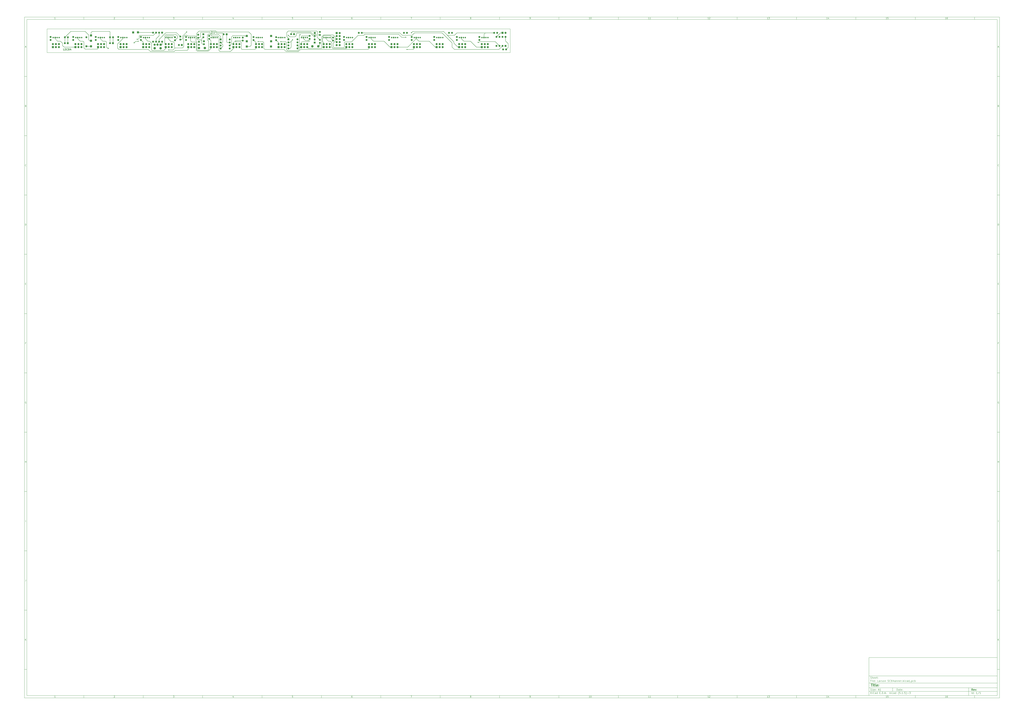
<source format=gbr>
%TF.GenerationSoftware,KiCad,Pcbnew,(5.1.5)-3*%
%TF.CreationDate,2020-04-10T20:42:34+02:00*%
%TF.ProjectId,Larson SC64anner,4c617273-6f6e-4205-9343-3634616e6e65,rev?*%
%TF.SameCoordinates,Original*%
%TF.FileFunction,Copper,L2,Bot*%
%TF.FilePolarity,Positive*%
%FSLAX46Y46*%
G04 Gerber Fmt 4.6, Leading zero omitted, Abs format (unit mm)*
G04 Created by KiCad (PCBNEW (5.1.5)-3) date 2020-04-10 20:42:34*
%MOMM*%
%LPD*%
G04 APERTURE LIST*
%ADD10C,0.100000*%
%ADD11C,0.150000*%
%ADD12C,0.300000*%
%ADD13C,0.400000*%
%TA.AperFunction,NonConductor*%
%ADD14C,0.300000*%
%TD*%
%TA.AperFunction,Profile*%
%ADD15C,0.200000*%
%TD*%
%TA.AperFunction,ComponentPad*%
%ADD16O,1.600000X1.600000*%
%TD*%
%TA.AperFunction,ComponentPad*%
%ADD17R,1.600000X1.600000*%
%TD*%
%TA.AperFunction,ComponentPad*%
%ADD18R,1.700000X1.700000*%
%TD*%
%TA.AperFunction,ComponentPad*%
%ADD19O,1.700000X1.700000*%
%TD*%
%TA.AperFunction,ComponentPad*%
%ADD20C,1.600000*%
%TD*%
%TA.AperFunction,ComponentPad*%
%ADD21C,1.200000*%
%TD*%
%TA.AperFunction,ComponentPad*%
%ADD22R,1.200000X1.200000*%
%TD*%
%TA.AperFunction,ComponentPad*%
%ADD23C,2.000000*%
%TD*%
%TA.AperFunction,ViaPad*%
%ADD24C,0.800000*%
%TD*%
%TA.AperFunction,Conductor*%
%ADD25C,0.250000*%
%TD*%
G04 APERTURE END LIST*
D10*
D11*
X720994000Y-550004400D02*
X720994000Y-582004400D01*
X828994000Y-582004400D01*
X828994000Y-550004400D01*
X720994000Y-550004400D01*
D10*
D11*
X10000000Y-10000000D02*
X10000000Y-584004400D01*
X830994000Y-584004400D01*
X830994000Y-10000000D01*
X10000000Y-10000000D01*
D10*
D11*
X12000000Y-12000000D02*
X12000000Y-582004400D01*
X828994000Y-582004400D01*
X828994000Y-12000000D01*
X12000000Y-12000000D01*
D10*
D11*
X60000000Y-12000000D02*
X60000000Y-10000000D01*
D10*
D11*
X110000000Y-12000000D02*
X110000000Y-10000000D01*
D10*
D11*
X160000000Y-12000000D02*
X160000000Y-10000000D01*
D10*
D11*
X210000000Y-12000000D02*
X210000000Y-10000000D01*
D10*
D11*
X260000000Y-12000000D02*
X260000000Y-10000000D01*
D10*
D11*
X310000000Y-12000000D02*
X310000000Y-10000000D01*
D10*
D11*
X360000000Y-12000000D02*
X360000000Y-10000000D01*
D10*
D11*
X410000000Y-12000000D02*
X410000000Y-10000000D01*
D10*
D11*
X460000000Y-12000000D02*
X460000000Y-10000000D01*
D10*
D11*
X510000000Y-12000000D02*
X510000000Y-10000000D01*
D10*
D11*
X560000000Y-12000000D02*
X560000000Y-10000000D01*
D10*
D11*
X610000000Y-12000000D02*
X610000000Y-10000000D01*
D10*
D11*
X660000000Y-12000000D02*
X660000000Y-10000000D01*
D10*
D11*
X710000000Y-12000000D02*
X710000000Y-10000000D01*
D10*
D11*
X760000000Y-12000000D02*
X760000000Y-10000000D01*
D10*
D11*
X810000000Y-12000000D02*
X810000000Y-10000000D01*
D10*
D11*
X36065476Y-11588095D02*
X35322619Y-11588095D01*
X35694047Y-11588095D02*
X35694047Y-10288095D01*
X35570238Y-10473809D01*
X35446428Y-10597619D01*
X35322619Y-10659523D01*
D10*
D11*
X85322619Y-10411904D02*
X85384523Y-10350000D01*
X85508333Y-10288095D01*
X85817857Y-10288095D01*
X85941666Y-10350000D01*
X86003571Y-10411904D01*
X86065476Y-10535714D01*
X86065476Y-10659523D01*
X86003571Y-10845238D01*
X85260714Y-11588095D01*
X86065476Y-11588095D01*
D10*
D11*
X135260714Y-10288095D02*
X136065476Y-10288095D01*
X135632142Y-10783333D01*
X135817857Y-10783333D01*
X135941666Y-10845238D01*
X136003571Y-10907142D01*
X136065476Y-11030952D01*
X136065476Y-11340476D01*
X136003571Y-11464285D01*
X135941666Y-11526190D01*
X135817857Y-11588095D01*
X135446428Y-11588095D01*
X135322619Y-11526190D01*
X135260714Y-11464285D01*
D10*
D11*
X185941666Y-10721428D02*
X185941666Y-11588095D01*
X185632142Y-10226190D02*
X185322619Y-11154761D01*
X186127380Y-11154761D01*
D10*
D11*
X236003571Y-10288095D02*
X235384523Y-10288095D01*
X235322619Y-10907142D01*
X235384523Y-10845238D01*
X235508333Y-10783333D01*
X235817857Y-10783333D01*
X235941666Y-10845238D01*
X236003571Y-10907142D01*
X236065476Y-11030952D01*
X236065476Y-11340476D01*
X236003571Y-11464285D01*
X235941666Y-11526190D01*
X235817857Y-11588095D01*
X235508333Y-11588095D01*
X235384523Y-11526190D01*
X235322619Y-11464285D01*
D10*
D11*
X285941666Y-10288095D02*
X285694047Y-10288095D01*
X285570238Y-10350000D01*
X285508333Y-10411904D01*
X285384523Y-10597619D01*
X285322619Y-10845238D01*
X285322619Y-11340476D01*
X285384523Y-11464285D01*
X285446428Y-11526190D01*
X285570238Y-11588095D01*
X285817857Y-11588095D01*
X285941666Y-11526190D01*
X286003571Y-11464285D01*
X286065476Y-11340476D01*
X286065476Y-11030952D01*
X286003571Y-10907142D01*
X285941666Y-10845238D01*
X285817857Y-10783333D01*
X285570238Y-10783333D01*
X285446428Y-10845238D01*
X285384523Y-10907142D01*
X285322619Y-11030952D01*
D10*
D11*
X335260714Y-10288095D02*
X336127380Y-10288095D01*
X335570238Y-11588095D01*
D10*
D11*
X385570238Y-10845238D02*
X385446428Y-10783333D01*
X385384523Y-10721428D01*
X385322619Y-10597619D01*
X385322619Y-10535714D01*
X385384523Y-10411904D01*
X385446428Y-10350000D01*
X385570238Y-10288095D01*
X385817857Y-10288095D01*
X385941666Y-10350000D01*
X386003571Y-10411904D01*
X386065476Y-10535714D01*
X386065476Y-10597619D01*
X386003571Y-10721428D01*
X385941666Y-10783333D01*
X385817857Y-10845238D01*
X385570238Y-10845238D01*
X385446428Y-10907142D01*
X385384523Y-10969047D01*
X385322619Y-11092857D01*
X385322619Y-11340476D01*
X385384523Y-11464285D01*
X385446428Y-11526190D01*
X385570238Y-11588095D01*
X385817857Y-11588095D01*
X385941666Y-11526190D01*
X386003571Y-11464285D01*
X386065476Y-11340476D01*
X386065476Y-11092857D01*
X386003571Y-10969047D01*
X385941666Y-10907142D01*
X385817857Y-10845238D01*
D10*
D11*
X435446428Y-11588095D02*
X435694047Y-11588095D01*
X435817857Y-11526190D01*
X435879761Y-11464285D01*
X436003571Y-11278571D01*
X436065476Y-11030952D01*
X436065476Y-10535714D01*
X436003571Y-10411904D01*
X435941666Y-10350000D01*
X435817857Y-10288095D01*
X435570238Y-10288095D01*
X435446428Y-10350000D01*
X435384523Y-10411904D01*
X435322619Y-10535714D01*
X435322619Y-10845238D01*
X435384523Y-10969047D01*
X435446428Y-11030952D01*
X435570238Y-11092857D01*
X435817857Y-11092857D01*
X435941666Y-11030952D01*
X436003571Y-10969047D01*
X436065476Y-10845238D01*
D10*
D11*
X486065476Y-11588095D02*
X485322619Y-11588095D01*
X485694047Y-11588095D02*
X485694047Y-10288095D01*
X485570238Y-10473809D01*
X485446428Y-10597619D01*
X485322619Y-10659523D01*
X486870238Y-10288095D02*
X486994047Y-10288095D01*
X487117857Y-10350000D01*
X487179761Y-10411904D01*
X487241666Y-10535714D01*
X487303571Y-10783333D01*
X487303571Y-11092857D01*
X487241666Y-11340476D01*
X487179761Y-11464285D01*
X487117857Y-11526190D01*
X486994047Y-11588095D01*
X486870238Y-11588095D01*
X486746428Y-11526190D01*
X486684523Y-11464285D01*
X486622619Y-11340476D01*
X486560714Y-11092857D01*
X486560714Y-10783333D01*
X486622619Y-10535714D01*
X486684523Y-10411904D01*
X486746428Y-10350000D01*
X486870238Y-10288095D01*
D10*
D11*
X536065476Y-11588095D02*
X535322619Y-11588095D01*
X535694047Y-11588095D02*
X535694047Y-10288095D01*
X535570238Y-10473809D01*
X535446428Y-10597619D01*
X535322619Y-10659523D01*
X537303571Y-11588095D02*
X536560714Y-11588095D01*
X536932142Y-11588095D02*
X536932142Y-10288095D01*
X536808333Y-10473809D01*
X536684523Y-10597619D01*
X536560714Y-10659523D01*
D10*
D11*
X586065476Y-11588095D02*
X585322619Y-11588095D01*
X585694047Y-11588095D02*
X585694047Y-10288095D01*
X585570238Y-10473809D01*
X585446428Y-10597619D01*
X585322619Y-10659523D01*
X586560714Y-10411904D02*
X586622619Y-10350000D01*
X586746428Y-10288095D01*
X587055952Y-10288095D01*
X587179761Y-10350000D01*
X587241666Y-10411904D01*
X587303571Y-10535714D01*
X587303571Y-10659523D01*
X587241666Y-10845238D01*
X586498809Y-11588095D01*
X587303571Y-11588095D01*
D10*
D11*
X636065476Y-11588095D02*
X635322619Y-11588095D01*
X635694047Y-11588095D02*
X635694047Y-10288095D01*
X635570238Y-10473809D01*
X635446428Y-10597619D01*
X635322619Y-10659523D01*
X636498809Y-10288095D02*
X637303571Y-10288095D01*
X636870238Y-10783333D01*
X637055952Y-10783333D01*
X637179761Y-10845238D01*
X637241666Y-10907142D01*
X637303571Y-11030952D01*
X637303571Y-11340476D01*
X637241666Y-11464285D01*
X637179761Y-11526190D01*
X637055952Y-11588095D01*
X636684523Y-11588095D01*
X636560714Y-11526190D01*
X636498809Y-11464285D01*
D10*
D11*
X686065476Y-11588095D02*
X685322619Y-11588095D01*
X685694047Y-11588095D02*
X685694047Y-10288095D01*
X685570238Y-10473809D01*
X685446428Y-10597619D01*
X685322619Y-10659523D01*
X687179761Y-10721428D02*
X687179761Y-11588095D01*
X686870238Y-10226190D02*
X686560714Y-11154761D01*
X687365476Y-11154761D01*
D10*
D11*
X736065476Y-11588095D02*
X735322619Y-11588095D01*
X735694047Y-11588095D02*
X735694047Y-10288095D01*
X735570238Y-10473809D01*
X735446428Y-10597619D01*
X735322619Y-10659523D01*
X737241666Y-10288095D02*
X736622619Y-10288095D01*
X736560714Y-10907142D01*
X736622619Y-10845238D01*
X736746428Y-10783333D01*
X737055952Y-10783333D01*
X737179761Y-10845238D01*
X737241666Y-10907142D01*
X737303571Y-11030952D01*
X737303571Y-11340476D01*
X737241666Y-11464285D01*
X737179761Y-11526190D01*
X737055952Y-11588095D01*
X736746428Y-11588095D01*
X736622619Y-11526190D01*
X736560714Y-11464285D01*
D10*
D11*
X786065476Y-11588095D02*
X785322619Y-11588095D01*
X785694047Y-11588095D02*
X785694047Y-10288095D01*
X785570238Y-10473809D01*
X785446428Y-10597619D01*
X785322619Y-10659523D01*
X787179761Y-10288095D02*
X786932142Y-10288095D01*
X786808333Y-10350000D01*
X786746428Y-10411904D01*
X786622619Y-10597619D01*
X786560714Y-10845238D01*
X786560714Y-11340476D01*
X786622619Y-11464285D01*
X786684523Y-11526190D01*
X786808333Y-11588095D01*
X787055952Y-11588095D01*
X787179761Y-11526190D01*
X787241666Y-11464285D01*
X787303571Y-11340476D01*
X787303571Y-11030952D01*
X787241666Y-10907142D01*
X787179761Y-10845238D01*
X787055952Y-10783333D01*
X786808333Y-10783333D01*
X786684523Y-10845238D01*
X786622619Y-10907142D01*
X786560714Y-11030952D01*
D10*
D11*
X60000000Y-582004400D02*
X60000000Y-584004400D01*
D10*
D11*
X110000000Y-582004400D02*
X110000000Y-584004400D01*
D10*
D11*
X160000000Y-582004400D02*
X160000000Y-584004400D01*
D10*
D11*
X210000000Y-582004400D02*
X210000000Y-584004400D01*
D10*
D11*
X260000000Y-582004400D02*
X260000000Y-584004400D01*
D10*
D11*
X310000000Y-582004400D02*
X310000000Y-584004400D01*
D10*
D11*
X360000000Y-582004400D02*
X360000000Y-584004400D01*
D10*
D11*
X410000000Y-582004400D02*
X410000000Y-584004400D01*
D10*
D11*
X460000000Y-582004400D02*
X460000000Y-584004400D01*
D10*
D11*
X510000000Y-582004400D02*
X510000000Y-584004400D01*
D10*
D11*
X560000000Y-582004400D02*
X560000000Y-584004400D01*
D10*
D11*
X610000000Y-582004400D02*
X610000000Y-584004400D01*
D10*
D11*
X660000000Y-582004400D02*
X660000000Y-584004400D01*
D10*
D11*
X710000000Y-582004400D02*
X710000000Y-584004400D01*
D10*
D11*
X760000000Y-582004400D02*
X760000000Y-584004400D01*
D10*
D11*
X810000000Y-582004400D02*
X810000000Y-584004400D01*
D10*
D11*
X36065476Y-583592495D02*
X35322619Y-583592495D01*
X35694047Y-583592495D02*
X35694047Y-582292495D01*
X35570238Y-582478209D01*
X35446428Y-582602019D01*
X35322619Y-582663923D01*
D10*
D11*
X85322619Y-582416304D02*
X85384523Y-582354400D01*
X85508333Y-582292495D01*
X85817857Y-582292495D01*
X85941666Y-582354400D01*
X86003571Y-582416304D01*
X86065476Y-582540114D01*
X86065476Y-582663923D01*
X86003571Y-582849638D01*
X85260714Y-583592495D01*
X86065476Y-583592495D01*
D10*
D11*
X135260714Y-582292495D02*
X136065476Y-582292495D01*
X135632142Y-582787733D01*
X135817857Y-582787733D01*
X135941666Y-582849638D01*
X136003571Y-582911542D01*
X136065476Y-583035352D01*
X136065476Y-583344876D01*
X136003571Y-583468685D01*
X135941666Y-583530590D01*
X135817857Y-583592495D01*
X135446428Y-583592495D01*
X135322619Y-583530590D01*
X135260714Y-583468685D01*
D10*
D11*
X185941666Y-582725828D02*
X185941666Y-583592495D01*
X185632142Y-582230590D02*
X185322619Y-583159161D01*
X186127380Y-583159161D01*
D10*
D11*
X236003571Y-582292495D02*
X235384523Y-582292495D01*
X235322619Y-582911542D01*
X235384523Y-582849638D01*
X235508333Y-582787733D01*
X235817857Y-582787733D01*
X235941666Y-582849638D01*
X236003571Y-582911542D01*
X236065476Y-583035352D01*
X236065476Y-583344876D01*
X236003571Y-583468685D01*
X235941666Y-583530590D01*
X235817857Y-583592495D01*
X235508333Y-583592495D01*
X235384523Y-583530590D01*
X235322619Y-583468685D01*
D10*
D11*
X285941666Y-582292495D02*
X285694047Y-582292495D01*
X285570238Y-582354400D01*
X285508333Y-582416304D01*
X285384523Y-582602019D01*
X285322619Y-582849638D01*
X285322619Y-583344876D01*
X285384523Y-583468685D01*
X285446428Y-583530590D01*
X285570238Y-583592495D01*
X285817857Y-583592495D01*
X285941666Y-583530590D01*
X286003571Y-583468685D01*
X286065476Y-583344876D01*
X286065476Y-583035352D01*
X286003571Y-582911542D01*
X285941666Y-582849638D01*
X285817857Y-582787733D01*
X285570238Y-582787733D01*
X285446428Y-582849638D01*
X285384523Y-582911542D01*
X285322619Y-583035352D01*
D10*
D11*
X335260714Y-582292495D02*
X336127380Y-582292495D01*
X335570238Y-583592495D01*
D10*
D11*
X385570238Y-582849638D02*
X385446428Y-582787733D01*
X385384523Y-582725828D01*
X385322619Y-582602019D01*
X385322619Y-582540114D01*
X385384523Y-582416304D01*
X385446428Y-582354400D01*
X385570238Y-582292495D01*
X385817857Y-582292495D01*
X385941666Y-582354400D01*
X386003571Y-582416304D01*
X386065476Y-582540114D01*
X386065476Y-582602019D01*
X386003571Y-582725828D01*
X385941666Y-582787733D01*
X385817857Y-582849638D01*
X385570238Y-582849638D01*
X385446428Y-582911542D01*
X385384523Y-582973447D01*
X385322619Y-583097257D01*
X385322619Y-583344876D01*
X385384523Y-583468685D01*
X385446428Y-583530590D01*
X385570238Y-583592495D01*
X385817857Y-583592495D01*
X385941666Y-583530590D01*
X386003571Y-583468685D01*
X386065476Y-583344876D01*
X386065476Y-583097257D01*
X386003571Y-582973447D01*
X385941666Y-582911542D01*
X385817857Y-582849638D01*
D10*
D11*
X435446428Y-583592495D02*
X435694047Y-583592495D01*
X435817857Y-583530590D01*
X435879761Y-583468685D01*
X436003571Y-583282971D01*
X436065476Y-583035352D01*
X436065476Y-582540114D01*
X436003571Y-582416304D01*
X435941666Y-582354400D01*
X435817857Y-582292495D01*
X435570238Y-582292495D01*
X435446428Y-582354400D01*
X435384523Y-582416304D01*
X435322619Y-582540114D01*
X435322619Y-582849638D01*
X435384523Y-582973447D01*
X435446428Y-583035352D01*
X435570238Y-583097257D01*
X435817857Y-583097257D01*
X435941666Y-583035352D01*
X436003571Y-582973447D01*
X436065476Y-582849638D01*
D10*
D11*
X486065476Y-583592495D02*
X485322619Y-583592495D01*
X485694047Y-583592495D02*
X485694047Y-582292495D01*
X485570238Y-582478209D01*
X485446428Y-582602019D01*
X485322619Y-582663923D01*
X486870238Y-582292495D02*
X486994047Y-582292495D01*
X487117857Y-582354400D01*
X487179761Y-582416304D01*
X487241666Y-582540114D01*
X487303571Y-582787733D01*
X487303571Y-583097257D01*
X487241666Y-583344876D01*
X487179761Y-583468685D01*
X487117857Y-583530590D01*
X486994047Y-583592495D01*
X486870238Y-583592495D01*
X486746428Y-583530590D01*
X486684523Y-583468685D01*
X486622619Y-583344876D01*
X486560714Y-583097257D01*
X486560714Y-582787733D01*
X486622619Y-582540114D01*
X486684523Y-582416304D01*
X486746428Y-582354400D01*
X486870238Y-582292495D01*
D10*
D11*
X536065476Y-583592495D02*
X535322619Y-583592495D01*
X535694047Y-583592495D02*
X535694047Y-582292495D01*
X535570238Y-582478209D01*
X535446428Y-582602019D01*
X535322619Y-582663923D01*
X537303571Y-583592495D02*
X536560714Y-583592495D01*
X536932142Y-583592495D02*
X536932142Y-582292495D01*
X536808333Y-582478209D01*
X536684523Y-582602019D01*
X536560714Y-582663923D01*
D10*
D11*
X586065476Y-583592495D02*
X585322619Y-583592495D01*
X585694047Y-583592495D02*
X585694047Y-582292495D01*
X585570238Y-582478209D01*
X585446428Y-582602019D01*
X585322619Y-582663923D01*
X586560714Y-582416304D02*
X586622619Y-582354400D01*
X586746428Y-582292495D01*
X587055952Y-582292495D01*
X587179761Y-582354400D01*
X587241666Y-582416304D01*
X587303571Y-582540114D01*
X587303571Y-582663923D01*
X587241666Y-582849638D01*
X586498809Y-583592495D01*
X587303571Y-583592495D01*
D10*
D11*
X636065476Y-583592495D02*
X635322619Y-583592495D01*
X635694047Y-583592495D02*
X635694047Y-582292495D01*
X635570238Y-582478209D01*
X635446428Y-582602019D01*
X635322619Y-582663923D01*
X636498809Y-582292495D02*
X637303571Y-582292495D01*
X636870238Y-582787733D01*
X637055952Y-582787733D01*
X637179761Y-582849638D01*
X637241666Y-582911542D01*
X637303571Y-583035352D01*
X637303571Y-583344876D01*
X637241666Y-583468685D01*
X637179761Y-583530590D01*
X637055952Y-583592495D01*
X636684523Y-583592495D01*
X636560714Y-583530590D01*
X636498809Y-583468685D01*
D10*
D11*
X686065476Y-583592495D02*
X685322619Y-583592495D01*
X685694047Y-583592495D02*
X685694047Y-582292495D01*
X685570238Y-582478209D01*
X685446428Y-582602019D01*
X685322619Y-582663923D01*
X687179761Y-582725828D02*
X687179761Y-583592495D01*
X686870238Y-582230590D02*
X686560714Y-583159161D01*
X687365476Y-583159161D01*
D10*
D11*
X736065476Y-583592495D02*
X735322619Y-583592495D01*
X735694047Y-583592495D02*
X735694047Y-582292495D01*
X735570238Y-582478209D01*
X735446428Y-582602019D01*
X735322619Y-582663923D01*
X737241666Y-582292495D02*
X736622619Y-582292495D01*
X736560714Y-582911542D01*
X736622619Y-582849638D01*
X736746428Y-582787733D01*
X737055952Y-582787733D01*
X737179761Y-582849638D01*
X737241666Y-582911542D01*
X737303571Y-583035352D01*
X737303571Y-583344876D01*
X737241666Y-583468685D01*
X737179761Y-583530590D01*
X737055952Y-583592495D01*
X736746428Y-583592495D01*
X736622619Y-583530590D01*
X736560714Y-583468685D01*
D10*
D11*
X786065476Y-583592495D02*
X785322619Y-583592495D01*
X785694047Y-583592495D02*
X785694047Y-582292495D01*
X785570238Y-582478209D01*
X785446428Y-582602019D01*
X785322619Y-582663923D01*
X787179761Y-582292495D02*
X786932142Y-582292495D01*
X786808333Y-582354400D01*
X786746428Y-582416304D01*
X786622619Y-582602019D01*
X786560714Y-582849638D01*
X786560714Y-583344876D01*
X786622619Y-583468685D01*
X786684523Y-583530590D01*
X786808333Y-583592495D01*
X787055952Y-583592495D01*
X787179761Y-583530590D01*
X787241666Y-583468685D01*
X787303571Y-583344876D01*
X787303571Y-583035352D01*
X787241666Y-582911542D01*
X787179761Y-582849638D01*
X787055952Y-582787733D01*
X786808333Y-582787733D01*
X786684523Y-582849638D01*
X786622619Y-582911542D01*
X786560714Y-583035352D01*
D10*
D11*
X10000000Y-60000000D02*
X12000000Y-60000000D01*
D10*
D11*
X10000000Y-110000000D02*
X12000000Y-110000000D01*
D10*
D11*
X10000000Y-160000000D02*
X12000000Y-160000000D01*
D10*
D11*
X10000000Y-210000000D02*
X12000000Y-210000000D01*
D10*
D11*
X10000000Y-260000000D02*
X12000000Y-260000000D01*
D10*
D11*
X10000000Y-310000000D02*
X12000000Y-310000000D01*
D10*
D11*
X10000000Y-360000000D02*
X12000000Y-360000000D01*
D10*
D11*
X10000000Y-410000000D02*
X12000000Y-410000000D01*
D10*
D11*
X10000000Y-460000000D02*
X12000000Y-460000000D01*
D10*
D11*
X10000000Y-510000000D02*
X12000000Y-510000000D01*
D10*
D11*
X10000000Y-560000000D02*
X12000000Y-560000000D01*
D10*
D11*
X10690476Y-35216666D02*
X11309523Y-35216666D01*
X10566666Y-35588095D02*
X11000000Y-34288095D01*
X11433333Y-35588095D01*
D10*
D11*
X11092857Y-84907142D02*
X11278571Y-84969047D01*
X11340476Y-85030952D01*
X11402380Y-85154761D01*
X11402380Y-85340476D01*
X11340476Y-85464285D01*
X11278571Y-85526190D01*
X11154761Y-85588095D01*
X10659523Y-85588095D01*
X10659523Y-84288095D01*
X11092857Y-84288095D01*
X11216666Y-84350000D01*
X11278571Y-84411904D01*
X11340476Y-84535714D01*
X11340476Y-84659523D01*
X11278571Y-84783333D01*
X11216666Y-84845238D01*
X11092857Y-84907142D01*
X10659523Y-84907142D01*
D10*
D11*
X11402380Y-135464285D02*
X11340476Y-135526190D01*
X11154761Y-135588095D01*
X11030952Y-135588095D01*
X10845238Y-135526190D01*
X10721428Y-135402380D01*
X10659523Y-135278571D01*
X10597619Y-135030952D01*
X10597619Y-134845238D01*
X10659523Y-134597619D01*
X10721428Y-134473809D01*
X10845238Y-134350000D01*
X11030952Y-134288095D01*
X11154761Y-134288095D01*
X11340476Y-134350000D01*
X11402380Y-134411904D01*
D10*
D11*
X10659523Y-185588095D02*
X10659523Y-184288095D01*
X10969047Y-184288095D01*
X11154761Y-184350000D01*
X11278571Y-184473809D01*
X11340476Y-184597619D01*
X11402380Y-184845238D01*
X11402380Y-185030952D01*
X11340476Y-185278571D01*
X11278571Y-185402380D01*
X11154761Y-185526190D01*
X10969047Y-185588095D01*
X10659523Y-185588095D01*
D10*
D11*
X10721428Y-234907142D02*
X11154761Y-234907142D01*
X11340476Y-235588095D02*
X10721428Y-235588095D01*
X10721428Y-234288095D01*
X11340476Y-234288095D01*
D10*
D11*
X11185714Y-284907142D02*
X10752380Y-284907142D01*
X10752380Y-285588095D02*
X10752380Y-284288095D01*
X11371428Y-284288095D01*
D10*
D11*
X11340476Y-334350000D02*
X11216666Y-334288095D01*
X11030952Y-334288095D01*
X10845238Y-334350000D01*
X10721428Y-334473809D01*
X10659523Y-334597619D01*
X10597619Y-334845238D01*
X10597619Y-335030952D01*
X10659523Y-335278571D01*
X10721428Y-335402380D01*
X10845238Y-335526190D01*
X11030952Y-335588095D01*
X11154761Y-335588095D01*
X11340476Y-335526190D01*
X11402380Y-335464285D01*
X11402380Y-335030952D01*
X11154761Y-335030952D01*
D10*
D11*
X10628571Y-385588095D02*
X10628571Y-384288095D01*
X10628571Y-384907142D02*
X11371428Y-384907142D01*
X11371428Y-385588095D02*
X11371428Y-384288095D01*
D10*
D11*
X11000000Y-435588095D02*
X11000000Y-434288095D01*
D10*
D11*
X11185714Y-484288095D02*
X11185714Y-485216666D01*
X11123809Y-485402380D01*
X11000000Y-485526190D01*
X10814285Y-485588095D01*
X10690476Y-485588095D01*
D10*
D11*
X10659523Y-535588095D02*
X10659523Y-534288095D01*
X11402380Y-535588095D02*
X10845238Y-534845238D01*
X11402380Y-534288095D02*
X10659523Y-535030952D01*
D10*
D11*
X830994000Y-60000000D02*
X828994000Y-60000000D01*
D10*
D11*
X830994000Y-110000000D02*
X828994000Y-110000000D01*
D10*
D11*
X830994000Y-160000000D02*
X828994000Y-160000000D01*
D10*
D11*
X830994000Y-210000000D02*
X828994000Y-210000000D01*
D10*
D11*
X830994000Y-260000000D02*
X828994000Y-260000000D01*
D10*
D11*
X830994000Y-310000000D02*
X828994000Y-310000000D01*
D10*
D11*
X830994000Y-360000000D02*
X828994000Y-360000000D01*
D10*
D11*
X830994000Y-410000000D02*
X828994000Y-410000000D01*
D10*
D11*
X830994000Y-460000000D02*
X828994000Y-460000000D01*
D10*
D11*
X830994000Y-510000000D02*
X828994000Y-510000000D01*
D10*
D11*
X830994000Y-560000000D02*
X828994000Y-560000000D01*
D10*
D11*
X829684476Y-35216666D02*
X830303523Y-35216666D01*
X829560666Y-35588095D02*
X829994000Y-34288095D01*
X830427333Y-35588095D01*
D10*
D11*
X830086857Y-84907142D02*
X830272571Y-84969047D01*
X830334476Y-85030952D01*
X830396380Y-85154761D01*
X830396380Y-85340476D01*
X830334476Y-85464285D01*
X830272571Y-85526190D01*
X830148761Y-85588095D01*
X829653523Y-85588095D01*
X829653523Y-84288095D01*
X830086857Y-84288095D01*
X830210666Y-84350000D01*
X830272571Y-84411904D01*
X830334476Y-84535714D01*
X830334476Y-84659523D01*
X830272571Y-84783333D01*
X830210666Y-84845238D01*
X830086857Y-84907142D01*
X829653523Y-84907142D01*
D10*
D11*
X830396380Y-135464285D02*
X830334476Y-135526190D01*
X830148761Y-135588095D01*
X830024952Y-135588095D01*
X829839238Y-135526190D01*
X829715428Y-135402380D01*
X829653523Y-135278571D01*
X829591619Y-135030952D01*
X829591619Y-134845238D01*
X829653523Y-134597619D01*
X829715428Y-134473809D01*
X829839238Y-134350000D01*
X830024952Y-134288095D01*
X830148761Y-134288095D01*
X830334476Y-134350000D01*
X830396380Y-134411904D01*
D10*
D11*
X829653523Y-185588095D02*
X829653523Y-184288095D01*
X829963047Y-184288095D01*
X830148761Y-184350000D01*
X830272571Y-184473809D01*
X830334476Y-184597619D01*
X830396380Y-184845238D01*
X830396380Y-185030952D01*
X830334476Y-185278571D01*
X830272571Y-185402380D01*
X830148761Y-185526190D01*
X829963047Y-185588095D01*
X829653523Y-185588095D01*
D10*
D11*
X829715428Y-234907142D02*
X830148761Y-234907142D01*
X830334476Y-235588095D02*
X829715428Y-235588095D01*
X829715428Y-234288095D01*
X830334476Y-234288095D01*
D10*
D11*
X830179714Y-284907142D02*
X829746380Y-284907142D01*
X829746380Y-285588095D02*
X829746380Y-284288095D01*
X830365428Y-284288095D01*
D10*
D11*
X830334476Y-334350000D02*
X830210666Y-334288095D01*
X830024952Y-334288095D01*
X829839238Y-334350000D01*
X829715428Y-334473809D01*
X829653523Y-334597619D01*
X829591619Y-334845238D01*
X829591619Y-335030952D01*
X829653523Y-335278571D01*
X829715428Y-335402380D01*
X829839238Y-335526190D01*
X830024952Y-335588095D01*
X830148761Y-335588095D01*
X830334476Y-335526190D01*
X830396380Y-335464285D01*
X830396380Y-335030952D01*
X830148761Y-335030952D01*
D10*
D11*
X829622571Y-385588095D02*
X829622571Y-384288095D01*
X829622571Y-384907142D02*
X830365428Y-384907142D01*
X830365428Y-385588095D02*
X830365428Y-384288095D01*
D10*
D11*
X829994000Y-435588095D02*
X829994000Y-434288095D01*
D10*
D11*
X830179714Y-484288095D02*
X830179714Y-485216666D01*
X830117809Y-485402380D01*
X829994000Y-485526190D01*
X829808285Y-485588095D01*
X829684476Y-485588095D01*
D10*
D11*
X829653523Y-535588095D02*
X829653523Y-534288095D01*
X830396380Y-535588095D02*
X829839238Y-534845238D01*
X830396380Y-534288095D02*
X829653523Y-535030952D01*
D10*
D11*
X744426142Y-577782971D02*
X744426142Y-576282971D01*
X744783285Y-576282971D01*
X744997571Y-576354400D01*
X745140428Y-576497257D01*
X745211857Y-576640114D01*
X745283285Y-576925828D01*
X745283285Y-577140114D01*
X745211857Y-577425828D01*
X745140428Y-577568685D01*
X744997571Y-577711542D01*
X744783285Y-577782971D01*
X744426142Y-577782971D01*
X746569000Y-577782971D02*
X746569000Y-576997257D01*
X746497571Y-576854400D01*
X746354714Y-576782971D01*
X746069000Y-576782971D01*
X745926142Y-576854400D01*
X746569000Y-577711542D02*
X746426142Y-577782971D01*
X746069000Y-577782971D01*
X745926142Y-577711542D01*
X745854714Y-577568685D01*
X745854714Y-577425828D01*
X745926142Y-577282971D01*
X746069000Y-577211542D01*
X746426142Y-577211542D01*
X746569000Y-577140114D01*
X747069000Y-576782971D02*
X747640428Y-576782971D01*
X747283285Y-576282971D02*
X747283285Y-577568685D01*
X747354714Y-577711542D01*
X747497571Y-577782971D01*
X747640428Y-577782971D01*
X748711857Y-577711542D02*
X748569000Y-577782971D01*
X748283285Y-577782971D01*
X748140428Y-577711542D01*
X748069000Y-577568685D01*
X748069000Y-576997257D01*
X748140428Y-576854400D01*
X748283285Y-576782971D01*
X748569000Y-576782971D01*
X748711857Y-576854400D01*
X748783285Y-576997257D01*
X748783285Y-577140114D01*
X748069000Y-577282971D01*
X749426142Y-577640114D02*
X749497571Y-577711542D01*
X749426142Y-577782971D01*
X749354714Y-577711542D01*
X749426142Y-577640114D01*
X749426142Y-577782971D01*
X749426142Y-576854400D02*
X749497571Y-576925828D01*
X749426142Y-576997257D01*
X749354714Y-576925828D01*
X749426142Y-576854400D01*
X749426142Y-576997257D01*
D10*
D11*
X720994000Y-578504400D02*
X828994000Y-578504400D01*
D10*
D11*
X722426142Y-580582971D02*
X722426142Y-579082971D01*
X723283285Y-580582971D02*
X722640428Y-579725828D01*
X723283285Y-579082971D02*
X722426142Y-579940114D01*
X723926142Y-580582971D02*
X723926142Y-579582971D01*
X723926142Y-579082971D02*
X723854714Y-579154400D01*
X723926142Y-579225828D01*
X723997571Y-579154400D01*
X723926142Y-579082971D01*
X723926142Y-579225828D01*
X725497571Y-580440114D02*
X725426142Y-580511542D01*
X725211857Y-580582971D01*
X725069000Y-580582971D01*
X724854714Y-580511542D01*
X724711857Y-580368685D01*
X724640428Y-580225828D01*
X724569000Y-579940114D01*
X724569000Y-579725828D01*
X724640428Y-579440114D01*
X724711857Y-579297257D01*
X724854714Y-579154400D01*
X725069000Y-579082971D01*
X725211857Y-579082971D01*
X725426142Y-579154400D01*
X725497571Y-579225828D01*
X726783285Y-580582971D02*
X726783285Y-579797257D01*
X726711857Y-579654400D01*
X726569000Y-579582971D01*
X726283285Y-579582971D01*
X726140428Y-579654400D01*
X726783285Y-580511542D02*
X726640428Y-580582971D01*
X726283285Y-580582971D01*
X726140428Y-580511542D01*
X726069000Y-580368685D01*
X726069000Y-580225828D01*
X726140428Y-580082971D01*
X726283285Y-580011542D01*
X726640428Y-580011542D01*
X726783285Y-579940114D01*
X728140428Y-580582971D02*
X728140428Y-579082971D01*
X728140428Y-580511542D02*
X727997571Y-580582971D01*
X727711857Y-580582971D01*
X727569000Y-580511542D01*
X727497571Y-580440114D01*
X727426142Y-580297257D01*
X727426142Y-579868685D01*
X727497571Y-579725828D01*
X727569000Y-579654400D01*
X727711857Y-579582971D01*
X727997571Y-579582971D01*
X728140428Y-579654400D01*
X729997571Y-579797257D02*
X730497571Y-579797257D01*
X730711857Y-580582971D02*
X729997571Y-580582971D01*
X729997571Y-579082971D01*
X730711857Y-579082971D01*
X731354714Y-580440114D02*
X731426142Y-580511542D01*
X731354714Y-580582971D01*
X731283285Y-580511542D01*
X731354714Y-580440114D01*
X731354714Y-580582971D01*
X732069000Y-580582971D02*
X732069000Y-579082971D01*
X732426142Y-579082971D01*
X732640428Y-579154400D01*
X732783285Y-579297257D01*
X732854714Y-579440114D01*
X732926142Y-579725828D01*
X732926142Y-579940114D01*
X732854714Y-580225828D01*
X732783285Y-580368685D01*
X732640428Y-580511542D01*
X732426142Y-580582971D01*
X732069000Y-580582971D01*
X733569000Y-580440114D02*
X733640428Y-580511542D01*
X733569000Y-580582971D01*
X733497571Y-580511542D01*
X733569000Y-580440114D01*
X733569000Y-580582971D01*
X734211857Y-580154400D02*
X734926142Y-580154400D01*
X734069000Y-580582971D02*
X734569000Y-579082971D01*
X735069000Y-580582971D01*
X735569000Y-580440114D02*
X735640428Y-580511542D01*
X735569000Y-580582971D01*
X735497571Y-580511542D01*
X735569000Y-580440114D01*
X735569000Y-580582971D01*
X738569000Y-580582971D02*
X738569000Y-579082971D01*
X738711857Y-580011542D02*
X739140428Y-580582971D01*
X739140428Y-579582971D02*
X738569000Y-580154400D01*
X739783285Y-580582971D02*
X739783285Y-579582971D01*
X739783285Y-579082971D02*
X739711857Y-579154400D01*
X739783285Y-579225828D01*
X739854714Y-579154400D01*
X739783285Y-579082971D01*
X739783285Y-579225828D01*
X741140428Y-580511542D02*
X740997571Y-580582971D01*
X740711857Y-580582971D01*
X740569000Y-580511542D01*
X740497571Y-580440114D01*
X740426142Y-580297257D01*
X740426142Y-579868685D01*
X740497571Y-579725828D01*
X740569000Y-579654400D01*
X740711857Y-579582971D01*
X740997571Y-579582971D01*
X741140428Y-579654400D01*
X742426142Y-580582971D02*
X742426142Y-579797257D01*
X742354714Y-579654400D01*
X742211857Y-579582971D01*
X741926142Y-579582971D01*
X741783285Y-579654400D01*
X742426142Y-580511542D02*
X742283285Y-580582971D01*
X741926142Y-580582971D01*
X741783285Y-580511542D01*
X741711857Y-580368685D01*
X741711857Y-580225828D01*
X741783285Y-580082971D01*
X741926142Y-580011542D01*
X742283285Y-580011542D01*
X742426142Y-579940114D01*
X743783285Y-580582971D02*
X743783285Y-579082971D01*
X743783285Y-580511542D02*
X743640428Y-580582971D01*
X743354714Y-580582971D01*
X743211857Y-580511542D01*
X743140428Y-580440114D01*
X743069000Y-580297257D01*
X743069000Y-579868685D01*
X743140428Y-579725828D01*
X743211857Y-579654400D01*
X743354714Y-579582971D01*
X743640428Y-579582971D01*
X743783285Y-579654400D01*
X746069000Y-581154400D02*
X745997571Y-581082971D01*
X745854714Y-580868685D01*
X745783285Y-580725828D01*
X745711857Y-580511542D01*
X745640428Y-580154400D01*
X745640428Y-579868685D01*
X745711857Y-579511542D01*
X745783285Y-579297257D01*
X745854714Y-579154400D01*
X745997571Y-578940114D01*
X746069000Y-578868685D01*
X747354714Y-579082971D02*
X746640428Y-579082971D01*
X746569000Y-579797257D01*
X746640428Y-579725828D01*
X746783285Y-579654400D01*
X747140428Y-579654400D01*
X747283285Y-579725828D01*
X747354714Y-579797257D01*
X747426142Y-579940114D01*
X747426142Y-580297257D01*
X747354714Y-580440114D01*
X747283285Y-580511542D01*
X747140428Y-580582971D01*
X746783285Y-580582971D01*
X746640428Y-580511542D01*
X746569000Y-580440114D01*
X748069000Y-580440114D02*
X748140428Y-580511542D01*
X748069000Y-580582971D01*
X747997571Y-580511542D01*
X748069000Y-580440114D01*
X748069000Y-580582971D01*
X749569000Y-580582971D02*
X748711857Y-580582971D01*
X749140428Y-580582971D02*
X749140428Y-579082971D01*
X748997571Y-579297257D01*
X748854714Y-579440114D01*
X748711857Y-579511542D01*
X750211857Y-580440114D02*
X750283285Y-580511542D01*
X750211857Y-580582971D01*
X750140428Y-580511542D01*
X750211857Y-580440114D01*
X750211857Y-580582971D01*
X751640428Y-579082971D02*
X750926142Y-579082971D01*
X750854714Y-579797257D01*
X750926142Y-579725828D01*
X751069000Y-579654400D01*
X751426142Y-579654400D01*
X751569000Y-579725828D01*
X751640428Y-579797257D01*
X751711857Y-579940114D01*
X751711857Y-580297257D01*
X751640428Y-580440114D01*
X751569000Y-580511542D01*
X751426142Y-580582971D01*
X751069000Y-580582971D01*
X750926142Y-580511542D01*
X750854714Y-580440114D01*
X752211857Y-581154400D02*
X752283285Y-581082971D01*
X752426142Y-580868685D01*
X752497571Y-580725828D01*
X752569000Y-580511542D01*
X752640428Y-580154400D01*
X752640428Y-579868685D01*
X752569000Y-579511542D01*
X752497571Y-579297257D01*
X752426142Y-579154400D01*
X752283285Y-578940114D01*
X752211857Y-578868685D01*
X753354714Y-580011542D02*
X754497571Y-580011542D01*
X755069000Y-579082971D02*
X755997571Y-579082971D01*
X755497571Y-579654400D01*
X755711857Y-579654400D01*
X755854714Y-579725828D01*
X755926142Y-579797257D01*
X755997571Y-579940114D01*
X755997571Y-580297257D01*
X755926142Y-580440114D01*
X755854714Y-580511542D01*
X755711857Y-580582971D01*
X755283285Y-580582971D01*
X755140428Y-580511542D01*
X755069000Y-580440114D01*
D10*
D11*
X720994000Y-575504400D02*
X828994000Y-575504400D01*
D10*
D12*
X808403285Y-577782971D02*
X807903285Y-577068685D01*
X807546142Y-577782971D02*
X807546142Y-576282971D01*
X808117571Y-576282971D01*
X808260428Y-576354400D01*
X808331857Y-576425828D01*
X808403285Y-576568685D01*
X808403285Y-576782971D01*
X808331857Y-576925828D01*
X808260428Y-576997257D01*
X808117571Y-577068685D01*
X807546142Y-577068685D01*
X809617571Y-577711542D02*
X809474714Y-577782971D01*
X809189000Y-577782971D01*
X809046142Y-577711542D01*
X808974714Y-577568685D01*
X808974714Y-576997257D01*
X809046142Y-576854400D01*
X809189000Y-576782971D01*
X809474714Y-576782971D01*
X809617571Y-576854400D01*
X809689000Y-576997257D01*
X809689000Y-577140114D01*
X808974714Y-577282971D01*
X810189000Y-576782971D02*
X810546142Y-577782971D01*
X810903285Y-576782971D01*
X811474714Y-577640114D02*
X811546142Y-577711542D01*
X811474714Y-577782971D01*
X811403285Y-577711542D01*
X811474714Y-577640114D01*
X811474714Y-577782971D01*
X811474714Y-576854400D02*
X811546142Y-576925828D01*
X811474714Y-576997257D01*
X811403285Y-576925828D01*
X811474714Y-576854400D01*
X811474714Y-576997257D01*
D10*
D11*
X722354714Y-577711542D02*
X722569000Y-577782971D01*
X722926142Y-577782971D01*
X723069000Y-577711542D01*
X723140428Y-577640114D01*
X723211857Y-577497257D01*
X723211857Y-577354400D01*
X723140428Y-577211542D01*
X723069000Y-577140114D01*
X722926142Y-577068685D01*
X722640428Y-576997257D01*
X722497571Y-576925828D01*
X722426142Y-576854400D01*
X722354714Y-576711542D01*
X722354714Y-576568685D01*
X722426142Y-576425828D01*
X722497571Y-576354400D01*
X722640428Y-576282971D01*
X722997571Y-576282971D01*
X723211857Y-576354400D01*
X723854714Y-577782971D02*
X723854714Y-576782971D01*
X723854714Y-576282971D02*
X723783285Y-576354400D01*
X723854714Y-576425828D01*
X723926142Y-576354400D01*
X723854714Y-576282971D01*
X723854714Y-576425828D01*
X724426142Y-576782971D02*
X725211857Y-576782971D01*
X724426142Y-577782971D01*
X725211857Y-577782971D01*
X726354714Y-577711542D02*
X726211857Y-577782971D01*
X725926142Y-577782971D01*
X725783285Y-577711542D01*
X725711857Y-577568685D01*
X725711857Y-576997257D01*
X725783285Y-576854400D01*
X725926142Y-576782971D01*
X726211857Y-576782971D01*
X726354714Y-576854400D01*
X726426142Y-576997257D01*
X726426142Y-577140114D01*
X725711857Y-577282971D01*
X727069000Y-577640114D02*
X727140428Y-577711542D01*
X727069000Y-577782971D01*
X726997571Y-577711542D01*
X727069000Y-577640114D01*
X727069000Y-577782971D01*
X727069000Y-576854400D02*
X727140428Y-576925828D01*
X727069000Y-576997257D01*
X726997571Y-576925828D01*
X727069000Y-576854400D01*
X727069000Y-576997257D01*
X728854714Y-577354400D02*
X729569000Y-577354400D01*
X728711857Y-577782971D02*
X729211857Y-576282971D01*
X729711857Y-577782971D01*
X730997571Y-577782971D02*
X730140428Y-577782971D01*
X730569000Y-577782971D02*
X730569000Y-576282971D01*
X730426142Y-576497257D01*
X730283285Y-576640114D01*
X730140428Y-576711542D01*
D10*
D11*
X807426142Y-580582971D02*
X807426142Y-579082971D01*
X808783285Y-580582971D02*
X808783285Y-579082971D01*
X808783285Y-580511542D02*
X808640428Y-580582971D01*
X808354714Y-580582971D01*
X808211857Y-580511542D01*
X808140428Y-580440114D01*
X808069000Y-580297257D01*
X808069000Y-579868685D01*
X808140428Y-579725828D01*
X808211857Y-579654400D01*
X808354714Y-579582971D01*
X808640428Y-579582971D01*
X808783285Y-579654400D01*
X809497571Y-580440114D02*
X809569000Y-580511542D01*
X809497571Y-580582971D01*
X809426142Y-580511542D01*
X809497571Y-580440114D01*
X809497571Y-580582971D01*
X809497571Y-579654400D02*
X809569000Y-579725828D01*
X809497571Y-579797257D01*
X809426142Y-579725828D01*
X809497571Y-579654400D01*
X809497571Y-579797257D01*
X812140428Y-580582971D02*
X811283285Y-580582971D01*
X811711857Y-580582971D02*
X811711857Y-579082971D01*
X811569000Y-579297257D01*
X811426142Y-579440114D01*
X811283285Y-579511542D01*
X813854714Y-579011542D02*
X812569000Y-580940114D01*
X815140428Y-580582971D02*
X814283285Y-580582971D01*
X814711857Y-580582971D02*
X814711857Y-579082971D01*
X814569000Y-579297257D01*
X814426142Y-579440114D01*
X814283285Y-579511542D01*
D10*
D11*
X720994000Y-571504400D02*
X828994000Y-571504400D01*
D10*
D13*
X722706380Y-572209161D02*
X723849238Y-572209161D01*
X723027809Y-574209161D02*
X723277809Y-572209161D01*
X724265904Y-574209161D02*
X724432571Y-572875828D01*
X724515904Y-572209161D02*
X724408761Y-572304400D01*
X724492095Y-572399638D01*
X724599238Y-572304400D01*
X724515904Y-572209161D01*
X724492095Y-572399638D01*
X725099238Y-572875828D02*
X725861142Y-572875828D01*
X725468285Y-572209161D02*
X725254000Y-573923447D01*
X725325428Y-574113923D01*
X725504000Y-574209161D01*
X725694476Y-574209161D01*
X726646857Y-574209161D02*
X726468285Y-574113923D01*
X726396857Y-573923447D01*
X726611142Y-572209161D01*
X728182571Y-574113923D02*
X727980190Y-574209161D01*
X727599238Y-574209161D01*
X727420666Y-574113923D01*
X727349238Y-573923447D01*
X727444476Y-573161542D01*
X727563523Y-572971066D01*
X727765904Y-572875828D01*
X728146857Y-572875828D01*
X728325428Y-572971066D01*
X728396857Y-573161542D01*
X728373047Y-573352019D01*
X727396857Y-573542495D01*
X729146857Y-574018685D02*
X729230190Y-574113923D01*
X729123047Y-574209161D01*
X729039714Y-574113923D01*
X729146857Y-574018685D01*
X729123047Y-574209161D01*
X729277809Y-572971066D02*
X729361142Y-573066304D01*
X729254000Y-573161542D01*
X729170666Y-573066304D01*
X729277809Y-572971066D01*
X729254000Y-573161542D01*
D10*
D11*
X722926142Y-569597257D02*
X722426142Y-569597257D01*
X722426142Y-570382971D02*
X722426142Y-568882971D01*
X723140428Y-568882971D01*
X723711857Y-570382971D02*
X723711857Y-569382971D01*
X723711857Y-568882971D02*
X723640428Y-568954400D01*
X723711857Y-569025828D01*
X723783285Y-568954400D01*
X723711857Y-568882971D01*
X723711857Y-569025828D01*
X724640428Y-570382971D02*
X724497571Y-570311542D01*
X724426142Y-570168685D01*
X724426142Y-568882971D01*
X725783285Y-570311542D02*
X725640428Y-570382971D01*
X725354714Y-570382971D01*
X725211857Y-570311542D01*
X725140428Y-570168685D01*
X725140428Y-569597257D01*
X725211857Y-569454400D01*
X725354714Y-569382971D01*
X725640428Y-569382971D01*
X725783285Y-569454400D01*
X725854714Y-569597257D01*
X725854714Y-569740114D01*
X725140428Y-569882971D01*
X726497571Y-570240114D02*
X726569000Y-570311542D01*
X726497571Y-570382971D01*
X726426142Y-570311542D01*
X726497571Y-570240114D01*
X726497571Y-570382971D01*
X726497571Y-569454400D02*
X726569000Y-569525828D01*
X726497571Y-569597257D01*
X726426142Y-569525828D01*
X726497571Y-569454400D01*
X726497571Y-569597257D01*
X729069000Y-570382971D02*
X728354714Y-570382971D01*
X728354714Y-568882971D01*
X730211857Y-570382971D02*
X730211857Y-569597257D01*
X730140428Y-569454400D01*
X729997571Y-569382971D01*
X729711857Y-569382971D01*
X729569000Y-569454400D01*
X730211857Y-570311542D02*
X730069000Y-570382971D01*
X729711857Y-570382971D01*
X729569000Y-570311542D01*
X729497571Y-570168685D01*
X729497571Y-570025828D01*
X729569000Y-569882971D01*
X729711857Y-569811542D01*
X730069000Y-569811542D01*
X730211857Y-569740114D01*
X730926142Y-570382971D02*
X730926142Y-569382971D01*
X730926142Y-569668685D02*
X730997571Y-569525828D01*
X731069000Y-569454400D01*
X731211857Y-569382971D01*
X731354714Y-569382971D01*
X731783285Y-570311542D02*
X731926142Y-570382971D01*
X732211857Y-570382971D01*
X732354714Y-570311542D01*
X732426142Y-570168685D01*
X732426142Y-570097257D01*
X732354714Y-569954400D01*
X732211857Y-569882971D01*
X731997571Y-569882971D01*
X731854714Y-569811542D01*
X731783285Y-569668685D01*
X731783285Y-569597257D01*
X731854714Y-569454400D01*
X731997571Y-569382971D01*
X732211857Y-569382971D01*
X732354714Y-569454400D01*
X733283285Y-570382971D02*
X733140428Y-570311542D01*
X733069000Y-570240114D01*
X732997571Y-570097257D01*
X732997571Y-569668685D01*
X733069000Y-569525828D01*
X733140428Y-569454400D01*
X733283285Y-569382971D01*
X733497571Y-569382971D01*
X733640428Y-569454400D01*
X733711857Y-569525828D01*
X733783285Y-569668685D01*
X733783285Y-570097257D01*
X733711857Y-570240114D01*
X733640428Y-570311542D01*
X733497571Y-570382971D01*
X733283285Y-570382971D01*
X734426142Y-569382971D02*
X734426142Y-570382971D01*
X734426142Y-569525828D02*
X734497571Y-569454400D01*
X734640428Y-569382971D01*
X734854714Y-569382971D01*
X734997571Y-569454400D01*
X735069000Y-569597257D01*
X735069000Y-570382971D01*
X736854714Y-570311542D02*
X737069000Y-570382971D01*
X737426142Y-570382971D01*
X737569000Y-570311542D01*
X737640428Y-570240114D01*
X737711857Y-570097257D01*
X737711857Y-569954400D01*
X737640428Y-569811542D01*
X737569000Y-569740114D01*
X737426142Y-569668685D01*
X737140428Y-569597257D01*
X736997571Y-569525828D01*
X736926142Y-569454400D01*
X736854714Y-569311542D01*
X736854714Y-569168685D01*
X736926142Y-569025828D01*
X736997571Y-568954400D01*
X737140428Y-568882971D01*
X737497571Y-568882971D01*
X737711857Y-568954400D01*
X739211857Y-570240114D02*
X739140428Y-570311542D01*
X738926142Y-570382971D01*
X738783285Y-570382971D01*
X738569000Y-570311542D01*
X738426142Y-570168685D01*
X738354714Y-570025828D01*
X738283285Y-569740114D01*
X738283285Y-569525828D01*
X738354714Y-569240114D01*
X738426142Y-569097257D01*
X738569000Y-568954400D01*
X738783285Y-568882971D01*
X738926142Y-568882971D01*
X739140428Y-568954400D01*
X739211857Y-569025828D01*
X740497571Y-568882971D02*
X740211857Y-568882971D01*
X740069000Y-568954400D01*
X739997571Y-569025828D01*
X739854714Y-569240114D01*
X739783285Y-569525828D01*
X739783285Y-570097257D01*
X739854714Y-570240114D01*
X739926142Y-570311542D01*
X740069000Y-570382971D01*
X740354714Y-570382971D01*
X740497571Y-570311542D01*
X740569000Y-570240114D01*
X740640428Y-570097257D01*
X740640428Y-569740114D01*
X740569000Y-569597257D01*
X740497571Y-569525828D01*
X740354714Y-569454400D01*
X740069000Y-569454400D01*
X739926142Y-569525828D01*
X739854714Y-569597257D01*
X739783285Y-569740114D01*
X741926142Y-569382971D02*
X741926142Y-570382971D01*
X741569000Y-568811542D02*
X741211857Y-569882971D01*
X742140428Y-569882971D01*
X743354714Y-570382971D02*
X743354714Y-569597257D01*
X743283285Y-569454400D01*
X743140428Y-569382971D01*
X742854714Y-569382971D01*
X742711857Y-569454400D01*
X743354714Y-570311542D02*
X743211857Y-570382971D01*
X742854714Y-570382971D01*
X742711857Y-570311542D01*
X742640428Y-570168685D01*
X742640428Y-570025828D01*
X742711857Y-569882971D01*
X742854714Y-569811542D01*
X743211857Y-569811542D01*
X743354714Y-569740114D01*
X744069000Y-569382971D02*
X744069000Y-570382971D01*
X744069000Y-569525828D02*
X744140428Y-569454400D01*
X744283285Y-569382971D01*
X744497571Y-569382971D01*
X744640428Y-569454400D01*
X744711857Y-569597257D01*
X744711857Y-570382971D01*
X745426142Y-569382971D02*
X745426142Y-570382971D01*
X745426142Y-569525828D02*
X745497571Y-569454400D01*
X745640428Y-569382971D01*
X745854714Y-569382971D01*
X745997571Y-569454400D01*
X746069000Y-569597257D01*
X746069000Y-570382971D01*
X747354714Y-570311542D02*
X747211857Y-570382971D01*
X746926142Y-570382971D01*
X746783285Y-570311542D01*
X746711857Y-570168685D01*
X746711857Y-569597257D01*
X746783285Y-569454400D01*
X746926142Y-569382971D01*
X747211857Y-569382971D01*
X747354714Y-569454400D01*
X747426142Y-569597257D01*
X747426142Y-569740114D01*
X746711857Y-569882971D01*
X748069000Y-570382971D02*
X748069000Y-569382971D01*
X748069000Y-569668685D02*
X748140428Y-569525828D01*
X748211857Y-569454400D01*
X748354714Y-569382971D01*
X748497571Y-569382971D01*
X748997571Y-570240114D02*
X749069000Y-570311542D01*
X748997571Y-570382971D01*
X748926142Y-570311542D01*
X748997571Y-570240114D01*
X748997571Y-570382971D01*
X749711857Y-570382971D02*
X749711857Y-568882971D01*
X749854714Y-569811542D02*
X750283285Y-570382971D01*
X750283285Y-569382971D02*
X749711857Y-569954400D01*
X750926142Y-570382971D02*
X750926142Y-569382971D01*
X750926142Y-568882971D02*
X750854714Y-568954400D01*
X750926142Y-569025828D01*
X750997571Y-568954400D01*
X750926142Y-568882971D01*
X750926142Y-569025828D01*
X752283285Y-570311542D02*
X752140428Y-570382971D01*
X751854714Y-570382971D01*
X751711857Y-570311542D01*
X751640428Y-570240114D01*
X751569000Y-570097257D01*
X751569000Y-569668685D01*
X751640428Y-569525828D01*
X751711857Y-569454400D01*
X751854714Y-569382971D01*
X752140428Y-569382971D01*
X752283285Y-569454400D01*
X753569000Y-570382971D02*
X753569000Y-569597257D01*
X753497571Y-569454400D01*
X753354714Y-569382971D01*
X753069000Y-569382971D01*
X752926142Y-569454400D01*
X753569000Y-570311542D02*
X753426142Y-570382971D01*
X753069000Y-570382971D01*
X752926142Y-570311542D01*
X752854714Y-570168685D01*
X752854714Y-570025828D01*
X752926142Y-569882971D01*
X753069000Y-569811542D01*
X753426142Y-569811542D01*
X753569000Y-569740114D01*
X754926142Y-570382971D02*
X754926142Y-568882971D01*
X754926142Y-570311542D02*
X754783285Y-570382971D01*
X754497571Y-570382971D01*
X754354714Y-570311542D01*
X754283285Y-570240114D01*
X754211857Y-570097257D01*
X754211857Y-569668685D01*
X754283285Y-569525828D01*
X754354714Y-569454400D01*
X754497571Y-569382971D01*
X754783285Y-569382971D01*
X754926142Y-569454400D01*
X755283285Y-570525828D02*
X756426142Y-570525828D01*
X756783285Y-569382971D02*
X756783285Y-570882971D01*
X756783285Y-569454400D02*
X756926142Y-569382971D01*
X757211857Y-569382971D01*
X757354714Y-569454400D01*
X757426142Y-569525828D01*
X757497571Y-569668685D01*
X757497571Y-570097257D01*
X757426142Y-570240114D01*
X757354714Y-570311542D01*
X757211857Y-570382971D01*
X756926142Y-570382971D01*
X756783285Y-570311542D01*
X758783285Y-570311542D02*
X758640428Y-570382971D01*
X758354714Y-570382971D01*
X758211857Y-570311542D01*
X758140428Y-570240114D01*
X758069000Y-570097257D01*
X758069000Y-569668685D01*
X758140428Y-569525828D01*
X758211857Y-569454400D01*
X758354714Y-569382971D01*
X758640428Y-569382971D01*
X758783285Y-569454400D01*
X759426142Y-570382971D02*
X759426142Y-568882971D01*
X759426142Y-569454400D02*
X759569000Y-569382971D01*
X759854714Y-569382971D01*
X759997571Y-569454400D01*
X760069000Y-569525828D01*
X760140428Y-569668685D01*
X760140428Y-570097257D01*
X760069000Y-570240114D01*
X759997571Y-570311542D01*
X759854714Y-570382971D01*
X759569000Y-570382971D01*
X759426142Y-570311542D01*
D10*
D11*
X720994000Y-565504400D02*
X828994000Y-565504400D01*
D10*
D11*
X722354714Y-567611542D02*
X722569000Y-567682971D01*
X722926142Y-567682971D01*
X723069000Y-567611542D01*
X723140428Y-567540114D01*
X723211857Y-567397257D01*
X723211857Y-567254400D01*
X723140428Y-567111542D01*
X723069000Y-567040114D01*
X722926142Y-566968685D01*
X722640428Y-566897257D01*
X722497571Y-566825828D01*
X722426142Y-566754400D01*
X722354714Y-566611542D01*
X722354714Y-566468685D01*
X722426142Y-566325828D01*
X722497571Y-566254400D01*
X722640428Y-566182971D01*
X722997571Y-566182971D01*
X723211857Y-566254400D01*
X723854714Y-567682971D02*
X723854714Y-566182971D01*
X724497571Y-567682971D02*
X724497571Y-566897257D01*
X724426142Y-566754400D01*
X724283285Y-566682971D01*
X724069000Y-566682971D01*
X723926142Y-566754400D01*
X723854714Y-566825828D01*
X725783285Y-567611542D02*
X725640428Y-567682971D01*
X725354714Y-567682971D01*
X725211857Y-567611542D01*
X725140428Y-567468685D01*
X725140428Y-566897257D01*
X725211857Y-566754400D01*
X725354714Y-566682971D01*
X725640428Y-566682971D01*
X725783285Y-566754400D01*
X725854714Y-566897257D01*
X725854714Y-567040114D01*
X725140428Y-567182971D01*
X727069000Y-567611542D02*
X726926142Y-567682971D01*
X726640428Y-567682971D01*
X726497571Y-567611542D01*
X726426142Y-567468685D01*
X726426142Y-566897257D01*
X726497571Y-566754400D01*
X726640428Y-566682971D01*
X726926142Y-566682971D01*
X727069000Y-566754400D01*
X727140428Y-566897257D01*
X727140428Y-567040114D01*
X726426142Y-567182971D01*
X727569000Y-566682971D02*
X728140428Y-566682971D01*
X727783285Y-566182971D02*
X727783285Y-567468685D01*
X727854714Y-567611542D01*
X727997571Y-567682971D01*
X728140428Y-567682971D01*
X728640428Y-567540114D02*
X728711857Y-567611542D01*
X728640428Y-567682971D01*
X728569000Y-567611542D01*
X728640428Y-567540114D01*
X728640428Y-567682971D01*
X728640428Y-566754400D02*
X728711857Y-566825828D01*
X728640428Y-566897257D01*
X728569000Y-566825828D01*
X728640428Y-566754400D01*
X728640428Y-566897257D01*
D10*
D11*
X740994000Y-575504400D02*
X740994000Y-578504400D01*
D10*
D11*
X804994000Y-575504400D02*
X804994000Y-582004400D01*
D14*
X43571428Y-37978571D02*
X42857142Y-37978571D01*
X42857142Y-36478571D01*
X44000000Y-37907142D02*
X44214285Y-37978571D01*
X44571428Y-37978571D01*
X44714285Y-37907142D01*
X44785714Y-37835714D01*
X44857142Y-37692857D01*
X44857142Y-37550000D01*
X44785714Y-37407142D01*
X44714285Y-37335714D01*
X44571428Y-37264285D01*
X44285714Y-37192857D01*
X44142857Y-37121428D01*
X44071428Y-37050000D01*
X44000000Y-36907142D01*
X44000000Y-36764285D01*
X44071428Y-36621428D01*
X44142857Y-36550000D01*
X44285714Y-36478571D01*
X44642857Y-36478571D01*
X44857142Y-36550000D01*
X46357142Y-37835714D02*
X46285714Y-37907142D01*
X46071428Y-37978571D01*
X45928571Y-37978571D01*
X45714285Y-37907142D01*
X45571428Y-37764285D01*
X45500000Y-37621428D01*
X45428571Y-37335714D01*
X45428571Y-37121428D01*
X45500000Y-36835714D01*
X45571428Y-36692857D01*
X45714285Y-36550000D01*
X45928571Y-36478571D01*
X46071428Y-36478571D01*
X46285714Y-36550000D01*
X46357142Y-36621428D01*
X47642857Y-36478571D02*
X47357142Y-36478571D01*
X47214285Y-36550000D01*
X47142857Y-36621428D01*
X47000000Y-36835714D01*
X46928571Y-37121428D01*
X46928571Y-37692857D01*
X47000000Y-37835714D01*
X47071428Y-37907142D01*
X47214285Y-37978571D01*
X47500000Y-37978571D01*
X47642857Y-37907142D01*
X47714285Y-37835714D01*
X47785714Y-37692857D01*
X47785714Y-37335714D01*
X47714285Y-37192857D01*
X47642857Y-37121428D01*
X47500000Y-37050000D01*
X47214285Y-37050000D01*
X47071428Y-37121428D01*
X47000000Y-37192857D01*
X46928571Y-37335714D01*
X49071428Y-36978571D02*
X49071428Y-37978571D01*
X48714285Y-36407142D02*
X48357142Y-37478571D01*
X49285714Y-37478571D01*
D15*
X419000000Y-40000000D02*
X29000000Y-40000000D01*
X419000000Y-20000000D02*
X419000000Y-40000000D01*
X29000000Y-20000000D02*
X419000000Y-20000000D01*
X29000000Y-40000000D02*
X29000000Y-20000000D01*
D16*
%TO.P,U5,8*%
%TO.N,N/C*%
X239860000Y-28770000D03*
%TO.P,U5,4*%
%TO.N,Net-(C11-Pad2)*%
X232240000Y-36390000D03*
%TO.P,U5,7*%
%TO.N,Net-(C11-Pad1)*%
X239860000Y-31310000D03*
%TO.P,U5,3*%
%TO.N,Net-(J36-Pad1)*%
X232240000Y-33850000D03*
%TO.P,U5,6*%
%TO.N,Net-(J35-Pad1)*%
X239860000Y-33850000D03*
%TO.P,U5,2*%
%TO.N,Net-(C11-Pad2)*%
X232240000Y-31310000D03*
%TO.P,U5,5*%
%TO.N,Net-(C10-Pad1)*%
X239860000Y-36390000D03*
D17*
%TO.P,U5,1*%
%TO.N,Net-(R32-Pad1)*%
X232240000Y-28770000D03*
%TD*%
D18*
%TO.P,J26,1*%
%TO.N,Net-(C11-Pad2)*%
X272860000Y-23440000D03*
D19*
%TO.P,J26,2*%
X275400000Y-23440000D03*
%TO.P,J26,3*%
X272860000Y-25980000D03*
%TO.P,J26,4*%
X275400000Y-25980000D03*
%TO.P,J26,5*%
X272860000Y-28520000D03*
%TO.P,J26,6*%
X275400000Y-28520000D03*
%TO.P,J26,7*%
X272860000Y-31060000D03*
%TO.P,J26,8*%
X275400000Y-31060000D03*
%TO.P,J26,9*%
X272860000Y-33600000D03*
%TO.P,J26,10*%
X275400000Y-33600000D03*
%TD*%
D18*
%TO.P,J25,1*%
%TO.N,Net-(J25-Pad1)*%
X101490000Y-22930000D03*
%TD*%
D19*
%TO.P,J10,6*%
%TO.N,Net-(J10-Pad6)*%
X229000000Y-32760000D03*
%TO.P,J10,5*%
%TO.N,Net-(J10-Pad1)*%
X229000000Y-35300000D03*
%TO.P,J10,4*%
%TO.N,Net-(J10-Pad4)*%
X226460000Y-32760000D03*
%TO.P,J10,3*%
%TO.N,Net-(J10-Pad1)*%
X226460000Y-35300000D03*
%TO.P,J10,2*%
%TO.N,Net-(J10-Pad2)*%
X223920000Y-32760000D03*
D18*
%TO.P,J10,1*%
%TO.N,Net-(J10-Pad1)*%
X223920000Y-35300000D03*
%TD*%
D17*
%TO.P,C1,2*%
%TO.N,Net-(C1-Pad2)*%
X84500000Y-32000000D03*
D20*
%TO.P,C1,1*%
%TO.N,Net-(C1-Pad1)*%
X82000000Y-32000000D03*
%TD*%
D16*
%TO.P,U1,8*%
%TO.N,Net-(J21-Pad1)*%
X407380000Y-26680000D03*
D17*
%TO.P,U1,4*%
%TO.N,Net-(C11-Pad2)*%
X415000000Y-34300000D03*
D16*
%TO.P,U1,7*%
%TO.N,Net-(R23-Pad1)*%
X409920000Y-26680000D03*
%TO.P,U1,3*%
%TO.N,Net-(R25-Pad1)*%
X412460000Y-34300000D03*
%TO.P,U1,6*%
%TO.N,Net-(R22-Pad2)*%
X412460000Y-26680000D03*
%TO.P,U1,2*%
%TO.N,Net-(R24-Pad1)*%
X409920000Y-34300000D03*
%TO.P,U1,5*%
%TO.N,Net-(R21-Pad2)*%
X415000000Y-26680000D03*
D20*
%TO.P,U1,1*%
%TO.N,N/C*%
X407380000Y-34300000D03*
%TD*%
D21*
%TO.P,LED1,4*%
%TO.N,Net-(J1-Pad6)*%
X400159000Y-27300000D03*
%TO.P,LED1,1*%
%TO.N,Net-(LED1-Pad1)*%
X395206000Y-27300000D03*
%TO.P,LED1,3*%
%TO.N,Net-(J1-Pad4)*%
X398508000Y-27300000D03*
D22*
%TO.P,LED1,2*%
%TO.N,Net-(J11-Pad1)*%
X396857000Y-27300000D03*
%TD*%
D19*
%TO.P,J1,6*%
%TO.N,Net-(J1-Pad6)*%
X400080000Y-32760000D03*
%TO.P,J1,5*%
%TO.N,Net-(J1-Pad1)*%
X400080000Y-35300000D03*
%TO.P,J1,4*%
%TO.N,Net-(J1-Pad4)*%
X397540000Y-32760000D03*
%TO.P,J1,3*%
%TO.N,Net-(J1-Pad1)*%
X397540000Y-35300000D03*
%TO.P,J1,2*%
%TO.N,Net-(J1-Pad2)*%
X395000000Y-32760000D03*
D18*
%TO.P,J1,1*%
%TO.N,Net-(J1-Pad1)*%
X395000000Y-35300000D03*
%TD*%
D19*
%TO.P,J2,6*%
%TO.N,Net-(J2-Pad6)*%
X381080000Y-32760000D03*
%TO.P,J2,5*%
%TO.N,Net-(J11-Pad1)*%
X381080000Y-35300000D03*
%TO.P,J2,4*%
%TO.N,Net-(J2-Pad4)*%
X378540000Y-32760000D03*
%TO.P,J2,3*%
%TO.N,Net-(J11-Pad1)*%
X378540000Y-35300000D03*
%TO.P,J2,2*%
%TO.N,Net-(J2-Pad2)*%
X376000000Y-32760000D03*
D18*
%TO.P,J2,1*%
%TO.N,Net-(J11-Pad1)*%
X376000000Y-35300000D03*
%TD*%
D19*
%TO.P,J3,6*%
%TO.N,Net-(J3-Pad6)*%
X362080000Y-32760000D03*
%TO.P,J3,5*%
%TO.N,Net-(J1-Pad1)*%
X362080000Y-35300000D03*
%TO.P,J3,4*%
%TO.N,Net-(J3-Pad4)*%
X359540000Y-32760000D03*
%TO.P,J3,3*%
%TO.N,Net-(J1-Pad1)*%
X359540000Y-35300000D03*
%TO.P,J3,2*%
%TO.N,Net-(J3-Pad2)*%
X357000000Y-32760000D03*
D18*
%TO.P,J3,1*%
%TO.N,Net-(J1-Pad1)*%
X357000000Y-35300000D03*
%TD*%
D19*
%TO.P,J4,6*%
%TO.N,Net-(J4-Pad6)*%
X343000000Y-32760000D03*
%TO.P,J4,5*%
%TO.N,Net-(J10-Pad1)*%
X343000000Y-35300000D03*
%TO.P,J4,4*%
%TO.N,Net-(J4-Pad4)*%
X340460000Y-32760000D03*
%TO.P,J4,3*%
%TO.N,Net-(J10-Pad1)*%
X340460000Y-35300000D03*
%TO.P,J4,2*%
%TO.N,Net-(J4-Pad2)*%
X337920000Y-32760000D03*
D18*
%TO.P,J4,1*%
%TO.N,Net-(J10-Pad1)*%
X337920000Y-35300000D03*
%TD*%
D19*
%TO.P,J5,6*%
%TO.N,Net-(J5-Pad6)*%
X324080000Y-32760000D03*
%TO.P,J5,5*%
%TO.N,Net-(J1-Pad1)*%
X324080000Y-35300000D03*
%TO.P,J5,4*%
%TO.N,Net-(J5-Pad4)*%
X321540000Y-32760000D03*
%TO.P,J5,3*%
%TO.N,Net-(J1-Pad1)*%
X321540000Y-35300000D03*
%TO.P,J5,2*%
%TO.N,Net-(J5-Pad2)*%
X319000000Y-32760000D03*
D18*
%TO.P,J5,1*%
%TO.N,Net-(J1-Pad1)*%
X319000000Y-35300000D03*
%TD*%
D19*
%TO.P,J6,6*%
%TO.N,Net-(J6-Pad6)*%
X305080000Y-32760000D03*
%TO.P,J6,5*%
%TO.N,Net-(J12-Pad1)*%
X305080000Y-35300000D03*
%TO.P,J6,4*%
%TO.N,Net-(J6-Pad4)*%
X302540000Y-32760000D03*
%TO.P,J6,3*%
%TO.N,Net-(J12-Pad1)*%
X302540000Y-35300000D03*
%TO.P,J6,2*%
%TO.N,Net-(J6-Pad2)*%
X300000000Y-32760000D03*
D18*
%TO.P,J6,1*%
%TO.N,Net-(J12-Pad1)*%
X300000000Y-35300000D03*
%TD*%
D19*
%TO.P,J7,6*%
%TO.N,Net-(J7-Pad6)*%
X286080000Y-32760000D03*
%TO.P,J7,5*%
%TO.N,Net-(J1-Pad1)*%
X286080000Y-35300000D03*
%TO.P,J7,4*%
%TO.N,Net-(J7-Pad4)*%
X283540000Y-32760000D03*
%TO.P,J7,3*%
%TO.N,Net-(J1-Pad1)*%
X283540000Y-35300000D03*
%TO.P,J7,2*%
%TO.N,Net-(J7-Pad2)*%
X281000000Y-32760000D03*
D18*
%TO.P,J7,1*%
%TO.N,Net-(J1-Pad1)*%
X281000000Y-35300000D03*
%TD*%
D19*
%TO.P,J8,6*%
%TO.N,Net-(J8-Pad6)*%
X267000000Y-32760000D03*
%TO.P,J8,5*%
%TO.N,Net-(J14-Pad1)*%
X267000000Y-35300000D03*
%TO.P,J8,4*%
%TO.N,Net-(J8-Pad4)*%
X264460000Y-32760000D03*
%TO.P,J8,3*%
%TO.N,Net-(J14-Pad1)*%
X264460000Y-35300000D03*
%TO.P,J8,2*%
%TO.N,Net-(J8-Pad2)*%
X261920000Y-32760000D03*
D18*
%TO.P,J8,1*%
%TO.N,Net-(J14-Pad1)*%
X261920000Y-35300000D03*
%TD*%
D19*
%TO.P,J9,6*%
%TO.N,Net-(J9-Pad6)*%
X248080000Y-32760000D03*
%TO.P,J9,5*%
%TO.N,Net-(J11-Pad1)*%
X248080000Y-35300000D03*
%TO.P,J9,4*%
%TO.N,Net-(J9-Pad4)*%
X245540000Y-32760000D03*
%TO.P,J9,3*%
%TO.N,Net-(J11-Pad1)*%
X245540000Y-35300000D03*
%TO.P,J9,2*%
%TO.N,Net-(J9-Pad2)*%
X243000000Y-32760000D03*
D18*
%TO.P,J9,1*%
%TO.N,Net-(J11-Pad1)*%
X243000000Y-35300000D03*
%TD*%
D19*
%TO.P,J11,6*%
%TO.N,Net-(J11-Pad6)*%
X210000000Y-32760000D03*
%TO.P,J11,5*%
%TO.N,Net-(J11-Pad1)*%
X210000000Y-35300000D03*
%TO.P,J11,4*%
%TO.N,Net-(J11-Pad4)*%
X207460000Y-32760000D03*
%TO.P,J11,3*%
%TO.N,Net-(J11-Pad1)*%
X207460000Y-35300000D03*
%TO.P,J11,2*%
%TO.N,Net-(J11-Pad2)*%
X204920000Y-32760000D03*
D18*
%TO.P,J11,1*%
%TO.N,Net-(J11-Pad1)*%
X204920000Y-35300000D03*
%TD*%
D19*
%TO.P,J12,6*%
%TO.N,Net-(J12-Pad6)*%
X191000000Y-32760000D03*
%TO.P,J12,5*%
%TO.N,Net-(J12-Pad1)*%
X191000000Y-35300000D03*
%TO.P,J12,4*%
%TO.N,Net-(J12-Pad4)*%
X188460000Y-32760000D03*
%TO.P,J12,3*%
%TO.N,Net-(J12-Pad1)*%
X188460000Y-35300000D03*
%TO.P,J12,2*%
%TO.N,Net-(J12-Pad2)*%
X185920000Y-32760000D03*
D18*
%TO.P,J12,1*%
%TO.N,Net-(J12-Pad1)*%
X185920000Y-35300000D03*
%TD*%
D19*
%TO.P,J13,6*%
%TO.N,Net-(J13-Pad6)*%
X172000000Y-32760000D03*
%TO.P,J13,5*%
%TO.N,Net-(J11-Pad1)*%
X172000000Y-35300000D03*
%TO.P,J13,4*%
%TO.N,Net-(J13-Pad4)*%
X169460000Y-32760000D03*
%TO.P,J13,3*%
%TO.N,Net-(J11-Pad1)*%
X169460000Y-35300000D03*
%TO.P,J13,2*%
%TO.N,Net-(J13-Pad2)*%
X166920000Y-32760000D03*
D18*
%TO.P,J13,1*%
%TO.N,Net-(J11-Pad1)*%
X166920000Y-35300000D03*
%TD*%
D19*
%TO.P,J14,6*%
%TO.N,Net-(J14-Pad6)*%
X153000000Y-32760000D03*
%TO.P,J14,5*%
%TO.N,Net-(J14-Pad1)*%
X153000000Y-35300000D03*
%TO.P,J14,4*%
%TO.N,Net-(J14-Pad4)*%
X150460000Y-32760000D03*
%TO.P,J14,3*%
%TO.N,Net-(J14-Pad1)*%
X150460000Y-35300000D03*
%TO.P,J14,2*%
%TO.N,Net-(J14-Pad2)*%
X147920000Y-32760000D03*
D18*
%TO.P,J14,1*%
%TO.N,Net-(J14-Pad1)*%
X147920000Y-35300000D03*
%TD*%
D19*
%TO.P,J15,6*%
%TO.N,Net-(J15-Pad6)*%
X134000000Y-32760000D03*
%TO.P,J15,5*%
%TO.N,Net-(J10-Pad1)*%
X134000000Y-35300000D03*
%TO.P,J15,4*%
%TO.N,Net-(J15-Pad4)*%
X131460000Y-32760000D03*
%TO.P,J15,3*%
%TO.N,Net-(J10-Pad1)*%
X131460000Y-35300000D03*
%TO.P,J15,2*%
%TO.N,Net-(J15-Pad2)*%
X128920000Y-32760000D03*
D18*
%TO.P,J15,1*%
%TO.N,Net-(J10-Pad1)*%
X128920000Y-35300000D03*
%TD*%
D19*
%TO.P,J16,6*%
%TO.N,Net-(J16-Pad6)*%
X115000000Y-32760000D03*
%TO.P,J16,5*%
%TO.N,Net-(J12-Pad1)*%
X115000000Y-35300000D03*
%TO.P,J16,4*%
%TO.N,Net-(J16-Pad4)*%
X112460000Y-32760000D03*
%TO.P,J16,3*%
%TO.N,Net-(J12-Pad1)*%
X112460000Y-35300000D03*
%TO.P,J16,2*%
%TO.N,Net-(J16-Pad2)*%
X109920000Y-32760000D03*
D18*
%TO.P,J16,1*%
%TO.N,Net-(J12-Pad1)*%
X109920000Y-35300000D03*
%TD*%
D19*
%TO.P,J17,6*%
%TO.N,Net-(J17-Pad6)*%
X96000000Y-32760000D03*
%TO.P,J17,5*%
%TO.N,Net-(J10-Pad1)*%
X96000000Y-35300000D03*
%TO.P,J17,4*%
%TO.N,Net-(J17-Pad4)*%
X93460000Y-32760000D03*
%TO.P,J17,3*%
%TO.N,Net-(J10-Pad1)*%
X93460000Y-35300000D03*
%TO.P,J17,2*%
%TO.N,Net-(J17-Pad2)*%
X90920000Y-32760000D03*
D18*
%TO.P,J17,1*%
%TO.N,Net-(J10-Pad1)*%
X90920000Y-35300000D03*
%TD*%
D19*
%TO.P,J18,6*%
%TO.N,Net-(J18-Pad6)*%
X77000000Y-32760000D03*
%TO.P,J18,5*%
%TO.N,Net-(J14-Pad1)*%
X77000000Y-35300000D03*
%TO.P,J18,4*%
%TO.N,Net-(J18-Pad4)*%
X74460000Y-32760000D03*
%TO.P,J18,3*%
%TO.N,Net-(J14-Pad1)*%
X74460000Y-35300000D03*
%TO.P,J18,2*%
%TO.N,Net-(J18-Pad2)*%
X71920000Y-32760000D03*
D18*
%TO.P,J18,1*%
%TO.N,Net-(J14-Pad1)*%
X71920000Y-35300000D03*
%TD*%
D19*
%TO.P,J19,6*%
%TO.N,Net-(J19-Pad6)*%
X58000000Y-32760000D03*
%TO.P,J19,5*%
%TO.N,Net-(J12-Pad1)*%
X58000000Y-35300000D03*
%TO.P,J19,4*%
%TO.N,Net-(J19-Pad4)*%
X55460000Y-32760000D03*
%TO.P,J19,3*%
%TO.N,Net-(J12-Pad1)*%
X55460000Y-35300000D03*
%TO.P,J19,2*%
%TO.N,Net-(J19-Pad2)*%
X52920000Y-32760000D03*
D18*
%TO.P,J19,1*%
%TO.N,Net-(J12-Pad1)*%
X52920000Y-35300000D03*
%TD*%
D19*
%TO.P,J20,6*%
%TO.N,Net-(J20-Pad6)*%
X39000000Y-32760000D03*
%TO.P,J20,5*%
%TO.N,Net-(J14-Pad1)*%
X39000000Y-35300000D03*
%TO.P,J20,4*%
%TO.N,Net-(J20-Pad4)*%
X36460000Y-32760000D03*
%TO.P,J20,3*%
%TO.N,Net-(J14-Pad1)*%
X36460000Y-35300000D03*
%TO.P,J20,2*%
%TO.N,Net-(J20-Pad2)*%
X33920000Y-32760000D03*
D18*
%TO.P,J20,1*%
%TO.N,Net-(J14-Pad1)*%
X33920000Y-35300000D03*
%TD*%
D21*
%TO.P,LED2,4*%
%TO.N,Net-(J2-Pad6)*%
X381159000Y-27300000D03*
%TO.P,LED2,1*%
%TO.N,Net-(LED2-Pad1)*%
X376206000Y-27300000D03*
%TO.P,LED2,3*%
%TO.N,Net-(J2-Pad4)*%
X379508000Y-27300000D03*
D22*
%TO.P,LED2,2*%
%TO.N,Net-(J1-Pad1)*%
X377857000Y-27300000D03*
%TD*%
D21*
%TO.P,LED3,4*%
%TO.N,Net-(J3-Pad6)*%
X362159000Y-27300000D03*
%TO.P,LED3,1*%
%TO.N,Net-(LED3-Pad1)*%
X357206000Y-27300000D03*
%TO.P,LED3,3*%
%TO.N,Net-(J3-Pad4)*%
X360508000Y-27300000D03*
D22*
%TO.P,LED3,2*%
%TO.N,Net-(J10-Pad1)*%
X358857000Y-27300000D03*
%TD*%
D21*
%TO.P,LED4,4*%
%TO.N,Net-(J4-Pad6)*%
X343159000Y-27300000D03*
%TO.P,LED4,1*%
%TO.N,Net-(LED4-Pad1)*%
X338206000Y-27300000D03*
%TO.P,LED4,3*%
%TO.N,Net-(J4-Pad4)*%
X341508000Y-27300000D03*
D22*
%TO.P,LED4,2*%
%TO.N,Net-(J1-Pad1)*%
X339857000Y-27300000D03*
%TD*%
D21*
%TO.P,LED5,4*%
%TO.N,Net-(J5-Pad6)*%
X324159000Y-27300000D03*
%TO.P,LED5,1*%
%TO.N,Net-(LED5-Pad1)*%
X319206000Y-27300000D03*
%TO.P,LED5,3*%
%TO.N,Net-(J5-Pad4)*%
X322508000Y-27300000D03*
D22*
%TO.P,LED5,2*%
%TO.N,Net-(J12-Pad1)*%
X320857000Y-27300000D03*
%TD*%
D21*
%TO.P,LED6,4*%
%TO.N,Net-(J6-Pad6)*%
X305159000Y-27300000D03*
%TO.P,LED6,1*%
%TO.N,Net-(LED6-Pad1)*%
X300206000Y-27300000D03*
%TO.P,LED6,3*%
%TO.N,Net-(J6-Pad4)*%
X303508000Y-27300000D03*
D22*
%TO.P,LED6,2*%
%TO.N,Net-(J1-Pad1)*%
X301857000Y-27300000D03*
%TD*%
D21*
%TO.P,LED7,4*%
%TO.N,Net-(J7-Pad6)*%
X286159000Y-27300000D03*
%TO.P,LED7,1*%
%TO.N,Net-(LED7-Pad1)*%
X281206000Y-27300000D03*
%TO.P,LED7,3*%
%TO.N,Net-(J7-Pad4)*%
X284508000Y-27300000D03*
D22*
%TO.P,LED7,2*%
%TO.N,Net-(J14-Pad1)*%
X282857000Y-27300000D03*
%TD*%
D21*
%TO.P,LED8,4*%
%TO.N,Net-(J8-Pad6)*%
X267159000Y-27300000D03*
%TO.P,LED8,1*%
%TO.N,Net-(LED8-Pad1)*%
X262206000Y-27300000D03*
%TO.P,LED8,3*%
%TO.N,Net-(J8-Pad4)*%
X265508000Y-27300000D03*
D22*
%TO.P,LED8,2*%
%TO.N,Net-(J1-Pad1)*%
X263857000Y-27300000D03*
%TD*%
D21*
%TO.P,LED9,4*%
%TO.N,Net-(J9-Pad6)*%
X248159000Y-27300000D03*
%TO.P,LED9,1*%
%TO.N,Net-(LED9-Pad1)*%
X243206000Y-27300000D03*
%TO.P,LED9,3*%
%TO.N,Net-(J9-Pad4)*%
X246508000Y-27300000D03*
D22*
%TO.P,LED9,2*%
%TO.N,Net-(J10-Pad1)*%
X244857000Y-27300000D03*
%TD*%
D21*
%TO.P,LED10,4*%
%TO.N,Net-(J10-Pad6)*%
X229159000Y-27300000D03*
%TO.P,LED10,1*%
%TO.N,Net-(LED10-Pad1)*%
X224206000Y-27300000D03*
%TO.P,LED10,3*%
%TO.N,Net-(J10-Pad4)*%
X227508000Y-27300000D03*
D22*
%TO.P,LED10,2*%
%TO.N,Net-(J11-Pad1)*%
X225857000Y-27300000D03*
%TD*%
D21*
%TO.P,LED11,4*%
%TO.N,Net-(J11-Pad6)*%
X210159000Y-27300000D03*
%TO.P,LED11,1*%
%TO.N,Net-(LED11-Pad1)*%
X205206000Y-27300000D03*
%TO.P,LED11,3*%
%TO.N,Net-(J11-Pad4)*%
X208508000Y-27300000D03*
D22*
%TO.P,LED11,2*%
%TO.N,Net-(J12-Pad1)*%
X206857000Y-27300000D03*
%TD*%
D21*
%TO.P,LED12,4*%
%TO.N,Net-(J12-Pad6)*%
X191159000Y-27300000D03*
%TO.P,LED12,1*%
%TO.N,Net-(LED12-Pad1)*%
X186206000Y-27300000D03*
%TO.P,LED12,3*%
%TO.N,Net-(J12-Pad4)*%
X189508000Y-27300000D03*
D22*
%TO.P,LED12,2*%
%TO.N,Net-(J11-Pad1)*%
X187857000Y-27300000D03*
%TD*%
D21*
%TO.P,LED13,4*%
%TO.N,Net-(J13-Pad6)*%
X172159000Y-27300000D03*
%TO.P,LED13,1*%
%TO.N,Net-(LED13-Pad1)*%
X167206000Y-27300000D03*
%TO.P,LED13,3*%
%TO.N,Net-(J13-Pad4)*%
X170508000Y-27300000D03*
D22*
%TO.P,LED13,2*%
%TO.N,Net-(J14-Pad1)*%
X168857000Y-27300000D03*
%TD*%
D21*
%TO.P,LED14,4*%
%TO.N,Net-(J14-Pad6)*%
X153159000Y-27300000D03*
%TO.P,LED14,1*%
%TO.N,Net-(LED14-Pad1)*%
X148206000Y-27300000D03*
%TO.P,LED14,3*%
%TO.N,Net-(J14-Pad4)*%
X151508000Y-27300000D03*
D22*
%TO.P,LED14,2*%
%TO.N,Net-(J11-Pad1)*%
X149857000Y-27300000D03*
%TD*%
D21*
%TO.P,LED15,4*%
%TO.N,Net-(J15-Pad6)*%
X134159000Y-27300000D03*
%TO.P,LED15,1*%
%TO.N,Net-(LED15-Pad1)*%
X129206000Y-27300000D03*
%TO.P,LED15,3*%
%TO.N,Net-(J15-Pad4)*%
X132508000Y-27300000D03*
D22*
%TO.P,LED15,2*%
%TO.N,Net-(J12-Pad1)*%
X130857000Y-27300000D03*
%TD*%
D21*
%TO.P,LED16,4*%
%TO.N,Net-(J16-Pad6)*%
X115159000Y-27300000D03*
%TO.P,LED16,1*%
%TO.N,Net-(LED16-Pad1)*%
X110206000Y-27300000D03*
%TO.P,LED16,3*%
%TO.N,Net-(J16-Pad4)*%
X113508000Y-27300000D03*
D22*
%TO.P,LED16,2*%
%TO.N,Net-(J10-Pad1)*%
X111857000Y-27300000D03*
%TD*%
D21*
%TO.P,LED17,4*%
%TO.N,Net-(J17-Pad6)*%
X96159000Y-27300000D03*
%TO.P,LED17,1*%
%TO.N,Net-(LED17-Pad1)*%
X91206000Y-27300000D03*
%TO.P,LED17,3*%
%TO.N,Net-(J17-Pad4)*%
X94508000Y-27300000D03*
D22*
%TO.P,LED17,2*%
%TO.N,Net-(J14-Pad1)*%
X92857000Y-27300000D03*
%TD*%
D21*
%TO.P,LED18,4*%
%TO.N,Net-(J18-Pad6)*%
X77159000Y-27300000D03*
%TO.P,LED18,1*%
%TO.N,Net-(LED18-Pad1)*%
X72206000Y-27300000D03*
%TO.P,LED18,3*%
%TO.N,Net-(J18-Pad4)*%
X75508000Y-27300000D03*
D22*
%TO.P,LED18,2*%
%TO.N,Net-(J10-Pad1)*%
X73857000Y-27300000D03*
%TD*%
D21*
%TO.P,LED19,4*%
%TO.N,Net-(J19-Pad6)*%
X58159000Y-27300000D03*
%TO.P,LED19,1*%
%TO.N,Net-(LED19-Pad1)*%
X53206000Y-27300000D03*
%TO.P,LED19,3*%
%TO.N,Net-(J19-Pad4)*%
X56508000Y-27300000D03*
D22*
%TO.P,LED19,2*%
%TO.N,Net-(J14-Pad1)*%
X54857000Y-27300000D03*
%TD*%
D21*
%TO.P,LED20,4*%
%TO.N,Net-(J20-Pad6)*%
X39159000Y-27300000D03*
%TO.P,LED20,1*%
%TO.N,Net-(LED20-Pad1)*%
X34206000Y-27300000D03*
%TO.P,LED20,3*%
%TO.N,Net-(J20-Pad4)*%
X37508000Y-27300000D03*
D22*
%TO.P,LED20,2*%
%TO.N,Net-(J12-Pad1)*%
X35857000Y-27300000D03*
%TD*%
D20*
%TO.P,C2,1*%
%TO.N,Net-(C2-Pad1)*%
X44000000Y-32000000D03*
D17*
%TO.P,C2,2*%
%TO.N,Net-(C2-Pad2)*%
X46500000Y-32000000D03*
%TD*%
%TO.P,D1,1*%
%TO.N,Net-(C1-Pad2)*%
X62100000Y-34620000D03*
D16*
%TO.P,D1,2*%
%TO.N,Net-(C2-Pad2)*%
X62100000Y-27000000D03*
%TD*%
D18*
%TO.P,J23,1*%
%TO.N,Net-(C1-Pad2)*%
X66000000Y-34610000D03*
%TD*%
D20*
%TO.P,C3,1*%
%TO.N,Net-(C11-Pad2)*%
X140000000Y-33550000D03*
D17*
%TO.P,C3,2*%
%TO.N,Net-(C3-Pad2)*%
X142500000Y-33550000D03*
%TD*%
D23*
%TO.P,C4,1*%
%TO.N,Net-(C4-Pad1)*%
X119600000Y-36250000D03*
%TO.P,C4,2*%
%TO.N,Net-(C3-Pad2)*%
X124600000Y-36250000D03*
%TD*%
D18*
%TO.P,R29,1*%
%TO.N,Net-(J24-Pad1)*%
X124640000Y-33300000D03*
D19*
%TO.P,R29,2*%
%TO.N,Net-(R28-Pad1)*%
X122100000Y-33300000D03*
%TO.P,R29,3*%
X119560000Y-33300000D03*
%TD*%
D17*
%TO.P,U2,1*%
%TO.N,Net-(C3-Pad2)*%
X125840000Y-23100000D03*
D16*
%TO.P,U2,5*%
%TO.N,Net-(C4-Pad1)*%
X118220000Y-30720000D03*
%TO.P,U2,2*%
%TO.N,Net-(C11-Pad2)*%
X123300000Y-23100000D03*
%TO.P,U2,6*%
X120760000Y-30720000D03*
%TO.P,U2,3*%
%TO.N,Net-(U2-Pad3)*%
X120760000Y-23100000D03*
%TO.P,U2,7*%
%TO.N,Net-(R28-Pad1)*%
X123300000Y-30720000D03*
%TO.P,U2,4*%
%TO.N,Net-(J24-Pad1)*%
X118220000Y-23100000D03*
%TO.P,U2,8*%
X125840000Y-30720000D03*
%TD*%
D17*
%TO.P,C5,1*%
%TO.N,Net-(C5-Pad1)*%
X160572000Y-24506000D03*
D20*
%TO.P,C5,2*%
%TO.N,Net-(C5-Pad2)*%
X160572000Y-27006000D03*
%TD*%
D17*
%TO.P,C6,1*%
%TO.N,Net-(C6-Pad1)*%
X161130000Y-30375000D03*
D20*
%TO.P,C6,2*%
%TO.N,Net-(C5-Pad2)*%
X161130000Y-32875000D03*
%TD*%
D23*
%TO.P,C7,1*%
%TO.N,Net-(C5-Pad2)*%
X161825000Y-36050000D03*
%TO.P,C7,2*%
%TO.N,Net-(C7-Pad2)*%
X156825000Y-36050000D03*
%TD*%
D20*
%TO.P,C8,2*%
%TO.N,Net-(C11-Pad2)*%
X177700000Y-24500000D03*
D17*
%TO.P,C8,1*%
%TO.N,Net-(C8-Pad1)*%
X180200000Y-24500000D03*
%TD*%
D20*
%TO.P,C9,2*%
%TO.N,Net-(C10-Pad2)*%
X254400000Y-25900000D03*
D17*
%TO.P,C9,1*%
%TO.N,Net-(C9-Pad1)*%
X254400000Y-23400000D03*
%TD*%
D20*
%TO.P,C10,2*%
%TO.N,Net-(C10-Pad2)*%
X254300000Y-29000000D03*
D17*
%TO.P,C10,1*%
%TO.N,Net-(C10-Pad1)*%
X254300000Y-31500000D03*
%TD*%
%TO.P,C11,1*%
%TO.N,Net-(C11-Pad1)*%
X237000000Y-24400000D03*
D20*
%TO.P,C11,2*%
%TO.N,Net-(C11-Pad2)*%
X234500000Y-24400000D03*
%TD*%
D23*
%TO.P,C12,2*%
%TO.N,Net-(C12-Pad2)*%
X257400000Y-34600000D03*
%TO.P,C12,1*%
%TO.N,Net-(C10-Pad2)*%
X252400000Y-34600000D03*
%TD*%
D18*
%TO.P,J29,1*%
%TO.N,Net-(J29-Pad1)*%
X197180000Y-30400000D03*
%TD*%
%TO.P,J31,1*%
%TO.N,Net-(J31-Pad1)*%
X197180000Y-25950000D03*
%TD*%
%TO.P,J32,1*%
%TO.N,Net-(C5-Pad2)*%
X197180000Y-34830000D03*
%TD*%
%TO.P,J35,1*%
%TO.N,Net-(J35-Pad1)*%
X217650000Y-30400000D03*
%TD*%
%TO.P,J36,1*%
%TO.N,Net-(J36-Pad1)*%
X217600000Y-34850000D03*
%TD*%
%TO.P,J38,1*%
%TO.N,Net-(C10-Pad2)*%
X217650000Y-25950000D03*
%TD*%
%TO.P,J24,1*%
%TO.N,Net-(J24-Pad1)*%
X105550000Y-22900000D03*
%TD*%
%TO.P,J21,1*%
%TO.N,Net-(J21-Pad1)*%
X412450000Y-23300000D03*
D19*
%TO.P,J21,2*%
X414990000Y-23300000D03*
%TD*%
D17*
%TO.P,U4,1*%
%TO.N,Net-(R30-Pad1)*%
X175180000Y-28880000D03*
D16*
%TO.P,U4,5*%
%TO.N,Net-(C6-Pad1)*%
X182800000Y-36500000D03*
%TO.P,U4,2*%
%TO.N,Net-(C11-Pad2)*%
X175180000Y-31420000D03*
%TO.P,U4,6*%
%TO.N,Net-(J31-Pad1)*%
X182800000Y-33960000D03*
%TO.P,U4,3*%
%TO.N,Net-(J29-Pad1)*%
X175180000Y-33960000D03*
%TO.P,U4,7*%
%TO.N,Net-(C8-Pad1)*%
X182800000Y-31420000D03*
%TO.P,U4,4*%
%TO.N,Net-(C11-Pad2)*%
X175180000Y-36500000D03*
%TO.P,U4,8*%
%TO.N,N/C*%
X182800000Y-28880000D03*
%TD*%
D20*
%TO.P,R1,1*%
%TO.N,Net-(LED1-Pad1)*%
X393000000Y-26760000D03*
D16*
%TO.P,R1,2*%
%TO.N,Net-(J1-Pad2)*%
X393000000Y-29300000D03*
%TD*%
D20*
%TO.P,R2,1*%
%TO.N,Net-(LED2-Pad1)*%
X374000000Y-26760000D03*
D16*
%TO.P,R2,2*%
%TO.N,Net-(J2-Pad2)*%
X374000000Y-29300000D03*
%TD*%
%TO.P,R3,2*%
%TO.N,Net-(J3-Pad2)*%
X355000000Y-29300000D03*
D20*
%TO.P,R3,1*%
%TO.N,Net-(LED3-Pad1)*%
X355000000Y-26760000D03*
%TD*%
%TO.P,R4,1*%
%TO.N,Net-(LED4-Pad1)*%
X336000000Y-26760000D03*
D16*
%TO.P,R4,2*%
%TO.N,Net-(J4-Pad2)*%
X336000000Y-29300000D03*
%TD*%
%TO.P,R5,2*%
%TO.N,Net-(J5-Pad2)*%
X317000000Y-29300000D03*
D20*
%TO.P,R5,1*%
%TO.N,Net-(LED5-Pad1)*%
X317000000Y-26760000D03*
%TD*%
D16*
%TO.P,R6,2*%
%TO.N,Net-(J6-Pad2)*%
X298000000Y-29300000D03*
D20*
%TO.P,R6,1*%
%TO.N,Net-(LED6-Pad1)*%
X298000000Y-26760000D03*
%TD*%
D16*
%TO.P,R7,2*%
%TO.N,Net-(J7-Pad2)*%
X279000000Y-29300000D03*
D20*
%TO.P,R7,1*%
%TO.N,Net-(LED7-Pad1)*%
X279000000Y-26760000D03*
%TD*%
D16*
%TO.P,R8,2*%
%TO.N,Net-(J8-Pad2)*%
X269800000Y-29800000D03*
D20*
%TO.P,R8,1*%
%TO.N,Net-(LED8-Pad1)*%
X269800000Y-27260000D03*
%TD*%
D16*
%TO.P,R9,2*%
%TO.N,Net-(J9-Pad2)*%
X250100000Y-28400000D03*
D20*
%TO.P,R9,1*%
%TO.N,Net-(LED9-Pad1)*%
X250100000Y-25860000D03*
%TD*%
D16*
%TO.P,R10,2*%
%TO.N,Net-(J10-Pad2)*%
X221930000Y-29480000D03*
D20*
%TO.P,R10,1*%
%TO.N,Net-(LED10-Pad1)*%
X221930000Y-26940000D03*
%TD*%
D16*
%TO.P,R11,2*%
%TO.N,Net-(J11-Pad2)*%
X202810000Y-29430000D03*
D20*
%TO.P,R11,1*%
%TO.N,Net-(LED11-Pad1)*%
X202810000Y-26890000D03*
%TD*%
%TO.P,R12,1*%
%TO.N,Net-(LED12-Pad1)*%
X193800000Y-27300000D03*
D16*
%TO.P,R12,2*%
%TO.N,Net-(J12-Pad2)*%
X193800000Y-29840000D03*
%TD*%
D20*
%TO.P,R13,1*%
%TO.N,Net-(LED13-Pad1)*%
X165500000Y-25850000D03*
D16*
%TO.P,R13,2*%
%TO.N,Net-(J13-Pad2)*%
X165500000Y-28390000D03*
%TD*%
D20*
%TO.P,R14,1*%
%TO.N,Net-(LED14-Pad1)*%
X146000000Y-26760000D03*
D16*
%TO.P,R14,2*%
%TO.N,Net-(J14-Pad2)*%
X146000000Y-29300000D03*
%TD*%
D20*
%TO.P,R15,1*%
%TO.N,Net-(LED15-Pad1)*%
X136750000Y-27000000D03*
D16*
%TO.P,R15,2*%
%TO.N,Net-(J15-Pad2)*%
X136750000Y-29540000D03*
%TD*%
D20*
%TO.P,R16,1*%
%TO.N,Net-(LED16-Pad1)*%
X108000000Y-26760000D03*
D16*
%TO.P,R16,2*%
%TO.N,Net-(J16-Pad2)*%
X108000000Y-29300000D03*
%TD*%
D20*
%TO.P,R17,1*%
%TO.N,Net-(LED17-Pad1)*%
X89000000Y-26760000D03*
D16*
%TO.P,R17,2*%
%TO.N,Net-(J17-Pad2)*%
X89000000Y-29300000D03*
%TD*%
D20*
%TO.P,R18,1*%
%TO.N,Net-(LED18-Pad1)*%
X70000000Y-26760000D03*
D16*
%TO.P,R18,2*%
%TO.N,Net-(J18-Pad2)*%
X70000000Y-29300000D03*
%TD*%
%TO.P,R19,2*%
%TO.N,Net-(J19-Pad2)*%
X51000000Y-29300000D03*
D20*
%TO.P,R19,1*%
%TO.N,Net-(LED19-Pad1)*%
X51000000Y-26760000D03*
%TD*%
%TO.P,R20,1*%
%TO.N,Net-(LED20-Pad1)*%
X32000000Y-26760000D03*
D16*
%TO.P,R20,2*%
%TO.N,Net-(J20-Pad2)*%
X32000000Y-29300000D03*
%TD*%
D20*
%TO.P,R21,1*%
%TO.N,Net-(J1-Pad1)*%
X413000000Y-37300000D03*
D16*
%TO.P,R21,2*%
%TO.N,Net-(R21-Pad2)*%
X415540000Y-37300000D03*
%TD*%
D20*
%TO.P,R22,1*%
%TO.N,Net-(J11-Pad1)*%
X405460000Y-23300000D03*
D16*
%TO.P,R22,2*%
%TO.N,Net-(R22-Pad2)*%
X408000000Y-23300000D03*
%TD*%
%TO.P,R23,2*%
%TO.N,Net-(J10-Pad1)*%
X367460000Y-23300000D03*
D20*
%TO.P,R23,1*%
%TO.N,Net-(R23-Pad1)*%
X370000000Y-23300000D03*
%TD*%
%TO.P,R24,1*%
%TO.N,Net-(R24-Pad1)*%
X332000000Y-23300000D03*
D16*
%TO.P,R24,2*%
%TO.N,Net-(J12-Pad1)*%
X329460000Y-23300000D03*
%TD*%
%TO.P,R25,2*%
%TO.N,Net-(J14-Pad1)*%
X291460000Y-23300000D03*
D20*
%TO.P,R25,1*%
%TO.N,Net-(R25-Pad1)*%
X294000000Y-23300000D03*
%TD*%
%TO.P,R26,1*%
%TO.N,Net-(C1-Pad2)*%
X84540000Y-27000000D03*
D16*
%TO.P,R26,2*%
%TO.N,Net-(C1-Pad1)*%
X82000000Y-27000000D03*
%TD*%
%TO.P,R27,2*%
%TO.N,Net-(C2-Pad1)*%
X44000000Y-27000000D03*
D20*
%TO.P,R27,1*%
%TO.N,Net-(C2-Pad2)*%
X46540000Y-27000000D03*
%TD*%
%TO.P,R28,1*%
%TO.N,Net-(R28-Pad1)*%
X141200000Y-26410000D03*
D16*
%TO.P,R28,2*%
%TO.N,Net-(C11-Pad2)*%
X141200000Y-28950000D03*
%TD*%
%TO.P,R30,2*%
%TO.N,Net-(C5-Pad1)*%
X156254000Y-24860000D03*
D20*
%TO.P,R30,1*%
%TO.N,Net-(R30-Pad1)*%
X156254000Y-27400000D03*
%TD*%
D16*
%TO.P,R31,2*%
%TO.N,Net-(C7-Pad2)*%
X156830000Y-33360000D03*
D20*
%TO.P,R31,1*%
%TO.N,Net-(C11-Pad2)*%
X156830000Y-30820000D03*
%TD*%
D16*
%TO.P,R32,2*%
%TO.N,Net-(C9-Pad1)*%
X258700000Y-22500000D03*
D20*
%TO.P,R32,1*%
%TO.N,Net-(R32-Pad1)*%
X258700000Y-25040000D03*
%TD*%
D16*
%TO.P,R33,2*%
%TO.N,Net-(C12-Pad2)*%
X258700000Y-31800000D03*
D20*
%TO.P,R33,1*%
%TO.N,Net-(C11-Pad2)*%
X258700000Y-29260000D03*
%TD*%
D18*
%TO.P,J22,1*%
%TO.N,Net-(C1-Pad1)*%
X66000000Y-25500000D03*
%TD*%
%TO.P,J27,1*%
%TO.N,Net-(C2-Pad1)*%
X66000000Y-30000000D03*
%TD*%
D24*
%TO.N,Net-(J11-Pad1)*%
X187857000Y-30757000D03*
X225857000Y-30757000D03*
X331000000Y-27000000D03*
X335750000Y-23250000D03*
%TO.N,Net-(J10-Pad1)*%
X80600000Y-36300000D03*
X248996500Y-29703500D03*
X332000000Y-37300000D03*
%TO.N,Net-(J12-Pad1)*%
X131475000Y-37675000D03*
X206857000Y-30657000D03*
%TO.N,Net-(R24-Pad1)*%
X392000000Y-31300000D03*
%TO.N,Net-(J24-Pad1)*%
X102300000Y-31700000D03*
X105700000Y-30400000D03*
%TO.N,Net-(U2-Pad3)*%
X104900000Y-28700000D03*
%TO.N,Net-(C6-Pad1)*%
X167730000Y-23460000D03*
X169840000Y-23460000D03*
%TO.N,Net-(C11-Pad2)*%
X146550000Y-22550000D03*
X167730000Y-22360000D03*
X235700000Y-29150000D03*
%TO.N,Net-(C10-Pad2)*%
X232100000Y-25400000D03*
%TO.N,Net-(C10-Pad1)*%
X242050000Y-24850000D03*
%TD*%
D25*
%TO.N,Net-(J1-Pad1)*%
X377857000Y-28300000D02*
X377857000Y-27300000D01*
X379857000Y-30300000D02*
X377857000Y-28300000D01*
X357000000Y-35300000D02*
X355750000Y-35300000D01*
X301857000Y-28300000D02*
X301857000Y-27300000D01*
X312750000Y-30300000D02*
X303857000Y-30300000D01*
X303857000Y-30300000D02*
X301857000Y-28300000D01*
X317750000Y-35300000D02*
X312750000Y-30300000D01*
X319000000Y-35300000D02*
X317750000Y-35300000D01*
X385500000Y-30300000D02*
X390500000Y-35300000D01*
X385500000Y-30300000D02*
X379857000Y-30300000D01*
X390500000Y-35300000D02*
X395000000Y-35300000D01*
X332600000Y-35300000D02*
X324080000Y-35300000D01*
X332600000Y-35300000D02*
X332707000Y-35300000D01*
X339857000Y-28150000D02*
X332707000Y-35300000D01*
X342007000Y-30300000D02*
X350800000Y-30300000D01*
X355750000Y-35300000D02*
X350800000Y-30300000D01*
X339857000Y-27300000D02*
X339857000Y-28150000D01*
X350800000Y-30300000D02*
X350750000Y-30300000D01*
X339857000Y-28150000D02*
X342007000Y-30300000D01*
X263857000Y-28300000D02*
X263857000Y-27300000D01*
X265857000Y-30300000D02*
X263857000Y-28300000D01*
X267500000Y-30300000D02*
X265857000Y-30300000D01*
X268600000Y-31400000D02*
X267500000Y-30300000D01*
X281000000Y-36400000D02*
X280900000Y-36500000D01*
X280900000Y-36500000D02*
X269800000Y-36500000D01*
X281000000Y-35300000D02*
X281000000Y-36400000D01*
X269800000Y-36500000D02*
X268600000Y-35300000D01*
X268600000Y-35300000D02*
X268600000Y-31400000D01*
%TO.N,Net-(J11-Pad1)*%
X374000000Y-23300000D02*
X372000000Y-25300000D01*
X372000000Y-25300000D02*
X366000000Y-25300000D01*
X405000000Y-23300000D02*
X400111000Y-23300000D01*
X396857000Y-24443000D02*
X398000000Y-23300000D01*
X400111000Y-23300000D02*
X398000000Y-23300000D01*
X396857000Y-27300000D02*
X396857000Y-24443000D01*
X398000000Y-23300000D02*
X374000000Y-23300000D01*
X204920000Y-36400000D02*
X204020000Y-37300000D01*
X204920000Y-35300000D02*
X204920000Y-36400000D01*
X204020000Y-37300000D02*
X193100000Y-37300000D01*
X193100000Y-37300000D02*
X192500000Y-36700000D01*
X192500000Y-36700000D02*
X192500000Y-31400000D01*
X249180000Y-36400000D02*
X259900000Y-36400000D01*
X259900000Y-36400000D02*
X260300000Y-36000000D01*
X248080000Y-35300000D02*
X249180000Y-36400000D01*
X191857000Y-30757000D02*
X187857000Y-30757000D01*
X191870000Y-30770000D02*
X191857000Y-30757000D01*
X192500000Y-31400000D02*
X191870000Y-30770000D01*
X374900000Y-35300000D02*
X371500000Y-31900000D01*
X376000000Y-35300000D02*
X374900000Y-35300000D01*
X371500000Y-30800000D02*
X366000000Y-25300000D01*
X371500000Y-31900000D02*
X371500000Y-30800000D01*
X149857000Y-30043000D02*
X149857000Y-27300000D01*
X149850000Y-30050000D02*
X149857000Y-30043000D01*
X150800000Y-31000000D02*
X149850000Y-30050000D01*
X154100000Y-31000000D02*
X150800000Y-31000000D01*
X166920000Y-35300000D02*
X166920000Y-36400000D01*
X166920000Y-36400000D02*
X164620000Y-38700000D01*
X154600000Y-31500000D02*
X154100000Y-31000000D01*
X164620000Y-38700000D02*
X155400000Y-38700000D01*
X155400000Y-38700000D02*
X154600000Y-37900000D01*
X154600000Y-37900000D02*
X154600000Y-31500000D01*
X229843000Y-30757000D02*
X225857000Y-30757000D01*
X230586000Y-31500000D02*
X229843000Y-30757000D01*
X231350000Y-38260000D02*
X230586000Y-37496000D01*
X243000000Y-35300000D02*
X241900000Y-35300000D01*
X230586000Y-37496000D02*
X230586000Y-31500000D01*
X241400000Y-35800000D02*
X241400000Y-37130000D01*
X241400000Y-37130000D02*
X240270000Y-38260000D01*
X241900000Y-35300000D02*
X241400000Y-35800000D01*
X240270000Y-38260000D02*
X231350000Y-38260000D01*
X260300000Y-32100000D02*
X260300000Y-31900000D01*
X260300000Y-36000000D02*
X260300000Y-32100000D01*
X336850000Y-22150000D02*
X335750000Y-23250000D01*
X366000000Y-25300000D02*
X362850000Y-22150000D01*
X362850000Y-22150000D02*
X336850000Y-22150000D01*
X296500000Y-24500000D02*
X325000000Y-24500000D01*
X290700000Y-25500000D02*
X295500000Y-25500000D01*
X285300000Y-30900000D02*
X290700000Y-25500000D01*
X279600000Y-30900000D02*
X285300000Y-30900000D01*
X271500000Y-26700000D02*
X271500000Y-30400000D01*
X269800000Y-25000000D02*
X271500000Y-26700000D01*
X261800000Y-25000000D02*
X269800000Y-25000000D01*
X260300000Y-32100000D02*
X260300000Y-26500000D01*
X260300000Y-26500000D02*
X261800000Y-25000000D01*
X270524990Y-35699990D02*
X278934312Y-35699990D01*
X279300000Y-31200000D02*
X279600000Y-30900000D01*
X279300000Y-35334302D02*
X279300000Y-31200000D01*
X271500000Y-30400000D02*
X269900000Y-32000000D01*
X269900000Y-32000000D02*
X269900000Y-35075000D01*
X325000000Y-24500000D02*
X327500000Y-27000000D01*
X269900000Y-35075000D02*
X270524990Y-35699990D01*
X327500000Y-27000000D02*
X331000000Y-27000000D01*
X295500000Y-25500000D02*
X296500000Y-24500000D01*
X278934312Y-35699990D02*
X279300000Y-35334302D01*
%TO.N,Net-(J10-Pad1)*%
X337920000Y-36550000D02*
X337920000Y-35300000D01*
X337170000Y-37300000D02*
X337920000Y-36550000D01*
X73857000Y-28300000D02*
X75857000Y-30300000D01*
X73857000Y-27300000D02*
X73857000Y-28300000D01*
X75857000Y-30300000D02*
X78300000Y-30300000D01*
X78300000Y-30300000D02*
X79000000Y-31000000D01*
X128920000Y-35300000D02*
X128920000Y-36400000D01*
X127220000Y-38100000D02*
X128920000Y-36400000D01*
X117500000Y-38100000D02*
X127220000Y-38100000D01*
X117000000Y-37600000D02*
X117500000Y-38100000D01*
X117000000Y-32020000D02*
X117000000Y-37600000D01*
X116500000Y-31520000D02*
X117000000Y-32020000D01*
X111857000Y-28300000D02*
X113857000Y-30300000D01*
X113857000Y-30300000D02*
X115300000Y-30300000D01*
X115300000Y-30300000D02*
X116500000Y-31500000D01*
X111857000Y-27300000D02*
X111857000Y-28300000D01*
X116500000Y-31500000D02*
X116500000Y-31520000D01*
X79000000Y-33800000D02*
X79000000Y-35200000D01*
X79000000Y-33800000D02*
X79000000Y-34000000D01*
X79000000Y-31000000D02*
X79000000Y-33800000D01*
X79000000Y-35200000D02*
X80100000Y-36300000D01*
X80100000Y-36300000D02*
X80600000Y-36300000D01*
X80600000Y-36300000D02*
X80600000Y-36300000D01*
X332000000Y-37300000D02*
X337170000Y-37300000D01*
X80600000Y-36300000D02*
X80600000Y-36300000D01*
X80600000Y-36300000D02*
X80600000Y-36300000D01*
X246410500Y-29703500D02*
X248996500Y-29703500D01*
X244857000Y-27300000D02*
X244857000Y-28150000D01*
X244857000Y-28150000D02*
X246410500Y-29703500D01*
%TO.N,Net-(J12-Pad1)*%
X35857000Y-28300000D02*
X35857000Y-27300000D01*
X37857000Y-30300000D02*
X35857000Y-28300000D01*
X52920000Y-35300000D02*
X51670000Y-35300000D01*
X37857000Y-30300000D02*
X40300000Y-30300000D01*
X40300000Y-30300000D02*
X42000000Y-32000000D01*
X42000000Y-32000000D02*
X42000000Y-34000000D01*
X43300000Y-35300000D02*
X52920000Y-35300000D01*
X42000000Y-34000000D02*
X43300000Y-35300000D01*
X130857000Y-28150000D02*
X133457000Y-30750000D01*
X130857000Y-27300000D02*
X130857000Y-28150000D01*
X133457000Y-30750000D02*
X135250000Y-30750000D01*
X135250000Y-30750000D02*
X136000000Y-31500000D01*
X136000000Y-31500000D02*
X136000000Y-35250000D01*
X136000000Y-35250000D02*
X136750000Y-36000000D01*
X136750000Y-36000000D02*
X135250000Y-37500000D01*
X135250000Y-37500000D02*
X135075000Y-37675000D01*
X135075000Y-37675000D02*
X131475000Y-37675000D01*
X143000000Y-36000000D02*
X136750000Y-36000000D01*
X144000000Y-35000000D02*
X143000000Y-36000000D01*
X145100000Y-25300000D02*
X144000000Y-26400000D01*
X173700000Y-26900000D02*
X172800000Y-26000000D01*
X183450000Y-38950000D02*
X174450000Y-38950000D01*
X185920000Y-35300000D02*
X185920000Y-36480000D01*
X185920000Y-36480000D02*
X183450000Y-38950000D01*
X173700000Y-38200000D02*
X173700000Y-26900000D01*
X174450000Y-38950000D02*
X173700000Y-38200000D01*
X144000000Y-26400000D02*
X144000000Y-35000000D01*
X147400000Y-25900000D02*
X146800000Y-25300000D01*
X153800000Y-25900000D02*
X147400000Y-25900000D01*
X154300000Y-26400000D02*
X153800000Y-25900000D01*
X154300000Y-30000000D02*
X154300000Y-26400000D01*
X146800000Y-25300000D02*
X145100000Y-25300000D01*
X165000000Y-32000000D02*
X165000000Y-37300000D01*
X165000000Y-37300000D02*
X164150000Y-38150000D01*
X164150000Y-38150000D02*
X156000000Y-38150000D01*
X155174999Y-30874999D02*
X154300000Y-30000000D01*
X155174999Y-37324999D02*
X155174999Y-30874999D01*
X156000000Y-38150000D02*
X155174999Y-37324999D01*
X165000000Y-32000000D02*
X165000000Y-30250000D01*
X165000000Y-30250000D02*
X163950000Y-29200000D01*
X163950000Y-29200000D02*
X163950000Y-25200000D01*
X163950000Y-25200000D02*
X164850000Y-24300000D01*
X164850000Y-24300000D02*
X166150000Y-24300000D01*
X167850000Y-26000000D02*
X172800000Y-26000000D01*
X166150000Y-24300000D02*
X167850000Y-26000000D01*
X211500000Y-36400000D02*
X211500000Y-31514000D01*
X228540000Y-37300000D02*
X212400000Y-37300000D01*
X230240000Y-39000000D02*
X228540000Y-37300000D01*
X212400000Y-37300000D02*
X211500000Y-36400000D01*
X242330000Y-37300000D02*
X240630000Y-39000000D01*
X210643000Y-30657000D02*
X206857000Y-30657000D01*
X300000000Y-36550000D02*
X299250000Y-37300000D01*
X300000000Y-35300000D02*
X300000000Y-36550000D01*
X299250000Y-37300000D02*
X242330000Y-37300000D01*
X211500000Y-31514000D02*
X210643000Y-30657000D01*
X240630000Y-39000000D02*
X230240000Y-39000000D01*
%TO.N,Net-(J14-Pad1)*%
X71920000Y-36400000D02*
X71920000Y-35300000D01*
X71320000Y-37000000D02*
X71920000Y-36400000D01*
X61000000Y-37000000D02*
X71320000Y-37000000D01*
X54857000Y-27300000D02*
X54857000Y-28300000D01*
X54857000Y-28300000D02*
X56857000Y-30300000D01*
X60000000Y-36000000D02*
X61000000Y-37000000D01*
X60000000Y-31000000D02*
X60000000Y-36000000D01*
X56857000Y-30300000D02*
X59300000Y-30300000D01*
X59300000Y-30300000D02*
X60000000Y-31000000D01*
X147920000Y-37080000D02*
X147920000Y-35300000D01*
X147000000Y-38000000D02*
X147920000Y-37080000D01*
X116000000Y-39000000D02*
X136000000Y-39000000D01*
X137000000Y-38000000D02*
X147000000Y-38000000D01*
X136000000Y-39000000D02*
X137000000Y-38000000D01*
X114300000Y-37300000D02*
X116000000Y-39000000D01*
X92857000Y-28150000D02*
X88300000Y-32707000D01*
X92857000Y-27300000D02*
X92857000Y-28150000D01*
X88300000Y-32707000D02*
X88300000Y-36100000D01*
X89500000Y-37300000D02*
X114300000Y-37300000D01*
X88300000Y-36100000D02*
X89500000Y-37300000D01*
%TO.N,Net-(J8-Pad2)*%
X261920000Y-31557919D02*
X261000000Y-30637919D01*
X261920000Y-32760000D02*
X261920000Y-31557919D01*
X261000000Y-30637919D02*
X261000000Y-26600000D01*
X261000000Y-26600000D02*
X262000000Y-25600000D01*
X262000000Y-25600000D02*
X267600000Y-25600000D01*
X267600000Y-25600000D02*
X268400000Y-26400000D01*
X268400000Y-28400000D02*
X269800000Y-29800000D01*
X268400000Y-26400000D02*
X268400000Y-28400000D01*
%TO.N,Net-(J9-Pad2)*%
X243000000Y-31330000D02*
X243000000Y-32760000D01*
X243620000Y-30710000D02*
X243000000Y-31330000D01*
X248610000Y-30710000D02*
X249490000Y-30710000D01*
X248610000Y-30710000D02*
X243620000Y-30710000D01*
X248998630Y-30710000D02*
X248610000Y-30710000D01*
X250100000Y-30100000D02*
X250100000Y-28400000D01*
X249490000Y-30710000D02*
X250100000Y-30100000D01*
%TO.N,Net-(J10-Pad2)*%
X223920000Y-31470000D02*
X223920000Y-32760000D01*
X221930000Y-29480000D02*
X223920000Y-31470000D01*
%TO.N,Net-(J11-Pad2)*%
X204920000Y-31540000D02*
X202810000Y-29430000D01*
X204920000Y-32760000D02*
X204920000Y-31540000D01*
%TO.N,Net-(J12-Pad2)*%
X192668630Y-29840000D02*
X193800000Y-29840000D01*
X187637919Y-29840000D02*
X192668630Y-29840000D01*
X185920000Y-31557919D02*
X187637919Y-29840000D01*
X185920000Y-32760000D02*
X185920000Y-31557919D01*
%TO.N,Net-(J13-Pad2)*%
X166920000Y-29810000D02*
X165500000Y-28390000D01*
X166920000Y-32760000D02*
X166920000Y-29810000D01*
%TO.N,Net-(J15-Pad2)*%
X128070001Y-25679999D02*
X128070001Y-31910001D01*
X128070001Y-31910001D02*
X128920000Y-32760000D01*
X136750000Y-29540000D02*
X138900000Y-27390000D01*
X138900000Y-27390000D02*
X138900000Y-26100000D01*
X138900000Y-26100000D02*
X137500000Y-24700000D01*
X137500000Y-24700000D02*
X129100000Y-24700000D01*
X129100000Y-24700000D02*
X128070001Y-25679999D01*
%TO.N,Net-(J16-Pad2)*%
X109920000Y-31220000D02*
X109920000Y-32760000D01*
X108000000Y-29300000D02*
X109920000Y-31220000D01*
%TO.N,Net-(R21-Pad2)*%
X415000000Y-26680000D02*
X415000000Y-30150000D01*
X415000000Y-30150000D02*
X417200000Y-32350000D01*
X417200000Y-35640000D02*
X415540000Y-37300000D01*
X417200000Y-32350000D02*
X417200000Y-35640000D01*
%TO.N,Net-(R24-Pad1)*%
X392565685Y-31300000D02*
X393165685Y-30700000D01*
X406320000Y-30700000D02*
X409920000Y-34300000D01*
X404200000Y-30700000D02*
X406320000Y-30700000D01*
X393165685Y-30700000D02*
X404200000Y-30700000D01*
X392000000Y-31300000D02*
X392565685Y-31300000D01*
%TO.N,Net-(R25-Pad1)*%
X338400000Y-23300000D02*
X336400000Y-25300000D01*
X361500000Y-23300000D02*
X338400000Y-23300000D01*
X409460000Y-37300000D02*
X372000000Y-37300000D01*
X328000000Y-25300000D02*
X326000000Y-23300000D01*
X372000000Y-37300000D02*
X370000000Y-35300000D01*
X326000000Y-23300000D02*
X294000000Y-23300000D01*
X370000000Y-31800000D02*
X361500000Y-23300000D01*
X336400000Y-25300000D02*
X328000000Y-25300000D01*
X412460000Y-34300000D02*
X409460000Y-37300000D01*
X370000000Y-35300000D02*
X370000000Y-31800000D01*
%TO.N,Net-(LED9-Pad1)*%
X243206000Y-27300000D02*
X243206000Y-26194000D01*
X243540000Y-25860000D02*
X250100000Y-25860000D01*
X243206000Y-26194000D02*
X243540000Y-25860000D01*
%TO.N,Net-(LED10-Pad1)*%
X222290000Y-27300000D02*
X221930000Y-26940000D01*
X224206000Y-27300000D02*
X222290000Y-27300000D01*
%TO.N,Net-(LED15-Pad1)*%
X129206000Y-26044000D02*
X129206000Y-27300000D01*
X129500000Y-25750000D02*
X129206000Y-26044000D01*
X136750000Y-27000000D02*
X135500000Y-25750000D01*
X135500000Y-25750000D02*
X129500000Y-25750000D01*
%TO.N,Net-(C1-Pad2)*%
X65990000Y-34620000D02*
X66000000Y-34610000D01*
X62100000Y-34620000D02*
X65990000Y-34620000D01*
X84540000Y-31960000D02*
X84500000Y-32000000D01*
X84540000Y-27000000D02*
X84540000Y-31960000D01*
%TO.N,Net-(C1-Pad1)*%
X82000000Y-32000000D02*
X82000000Y-27000000D01*
X67000000Y-22000000D02*
X66000000Y-23000000D01*
X81500000Y-22000000D02*
X67000000Y-22000000D01*
X82000000Y-27000000D02*
X82000000Y-22500000D01*
X82000000Y-22500000D02*
X81500000Y-22000000D01*
X66000000Y-23000000D02*
X66000000Y-25500000D01*
%TO.N,Net-(C2-Pad1)*%
X44000000Y-32000000D02*
X44000000Y-27000000D01*
X64900000Y-30000000D02*
X66000000Y-30000000D01*
X44000000Y-27000000D02*
X49000000Y-22000000D01*
X61000000Y-22000000D02*
X64000000Y-25000000D01*
X49000000Y-22000000D02*
X61000000Y-22000000D01*
X64000000Y-25000000D02*
X64000000Y-29100000D01*
X64000000Y-29100000D02*
X64900000Y-30000000D01*
%TO.N,Net-(C2-Pad2)*%
X46500000Y-27040000D02*
X46540000Y-27000000D01*
X46500000Y-32000000D02*
X46500000Y-27040000D01*
%TO.N,Net-(J24-Pad1)*%
X125740000Y-33300000D02*
X124640000Y-33300000D01*
X125840000Y-33200000D02*
X125740000Y-33300000D01*
X125840000Y-30720000D02*
X125840000Y-33200000D01*
X118050000Y-22930000D02*
X118220000Y-23100000D01*
X105550000Y-22930000D02*
X118050000Y-22930000D01*
X103600000Y-30400000D02*
X102300000Y-31700000D01*
X105700000Y-30400000D02*
X103600000Y-30400000D01*
%TO.N,Net-(R28-Pad1)*%
X122100000Y-33300000D02*
X119560000Y-33300000D01*
X122100000Y-31920000D02*
X122100000Y-33300000D01*
X123300000Y-30720000D02*
X122100000Y-31920000D01*
X141200000Y-26410000D02*
X140400001Y-25610001D01*
X129000000Y-23100000D02*
X123300000Y-28800000D01*
X140400001Y-25600001D02*
X137900000Y-23100000D01*
X123300000Y-28800000D02*
X123300000Y-30720000D01*
X137900000Y-23100000D02*
X129000000Y-23100000D01*
X140400001Y-25610001D02*
X140400001Y-25600001D01*
%TO.N,Net-(U2-Pad3)*%
X120760000Y-23100000D02*
X118460000Y-25400000D01*
X118460000Y-25400000D02*
X110100000Y-25400000D01*
X110100000Y-25400000D02*
X107200000Y-25400000D01*
X107200000Y-25400000D02*
X106600000Y-26000000D01*
X106600000Y-26000000D02*
X106600000Y-27800000D01*
X106600000Y-27800000D02*
X105700000Y-28700000D01*
X105700000Y-28700000D02*
X104900000Y-28700000D01*
%TO.N,Net-(C5-Pad2)*%
X159998630Y-32875000D02*
X159180000Y-32056370D01*
X161130000Y-32875000D02*
X159998630Y-32875000D01*
X159180000Y-28398000D02*
X160572000Y-27006000D01*
X159180000Y-30400000D02*
X159180000Y-28398000D01*
X159180000Y-32056370D02*
X159180000Y-30400000D01*
X166700000Y-21500000D02*
X170900000Y-21500000D01*
X155950000Y-29120000D02*
X154920000Y-28090000D01*
X158310000Y-29120000D02*
X155950000Y-29120000D01*
X159180000Y-29990000D02*
X158310000Y-29120000D01*
X154920000Y-23830000D02*
X156950000Y-21800000D01*
X159180000Y-30400000D02*
X159180000Y-29990000D01*
X171950000Y-22550000D02*
X198850000Y-22550000D01*
X170900000Y-21500000D02*
X171950000Y-22550000D01*
X154920000Y-28090000D02*
X154920000Y-23830000D01*
X199770000Y-34830000D02*
X197180000Y-34830000D01*
X166400000Y-21800000D02*
X166700000Y-21500000D01*
X198850000Y-22550000D02*
X200860000Y-24560000D01*
X200860000Y-24560000D02*
X200860000Y-33740000D01*
X200860000Y-33740000D02*
X199770000Y-34830000D01*
X156950000Y-21800000D02*
X166400000Y-21800000D01*
%TO.N,Net-(C6-Pad1)*%
X168295685Y-23460000D02*
X169840000Y-23460000D01*
X167730000Y-23460000D02*
X168295685Y-23460000D01*
%TO.N,Net-(C8-Pad1)*%
X180670000Y-31420000D02*
X182800000Y-31420000D01*
X180200000Y-24500000D02*
X180200000Y-30950000D01*
X180200000Y-30950000D02*
X180670000Y-31420000D01*
%TO.N,Net-(C11-Pad2)*%
X120760000Y-30720000D02*
X120760000Y-28265000D01*
X120760000Y-28265000D02*
X123300000Y-25725000D01*
X123300000Y-25725000D02*
X123300000Y-23100000D01*
X175180000Y-31420000D02*
X176960000Y-33200000D01*
X176960000Y-34720000D02*
X175180000Y-36500000D01*
X176960000Y-33200000D02*
X176960000Y-34720000D01*
X176900001Y-25299999D02*
X176900001Y-30959999D01*
X177700000Y-24500000D02*
X176900001Y-25299999D01*
X176440000Y-31420000D02*
X175180000Y-31420000D01*
X176900001Y-30959999D02*
X176440000Y-31420000D01*
X234500000Y-23000000D02*
X234500000Y-24400000D01*
X251000000Y-22650000D02*
X234850000Y-22650000D01*
X253000000Y-24650000D02*
X251000000Y-22650000D01*
X257900001Y-28460001D02*
X257900001Y-28450001D01*
X256350000Y-26900000D02*
X256350000Y-25600000D01*
X258700000Y-29260000D02*
X257900001Y-28460001D01*
X257900001Y-28450001D02*
X256350000Y-26900000D01*
X234850000Y-22650000D02*
X234500000Y-23000000D01*
X255400000Y-24650000D02*
X253000000Y-24650000D01*
X256350000Y-25600000D02*
X255400000Y-24650000D01*
X142331370Y-28950000D02*
X143050000Y-28231370D01*
X141200000Y-28950000D02*
X142331370Y-28950000D01*
X143050000Y-28231370D02*
X143050000Y-26050000D01*
X143050000Y-26050000D02*
X146550000Y-22550000D01*
X176750000Y-23550000D02*
X177700000Y-24500000D01*
X171750000Y-23550000D02*
X176750000Y-23550000D01*
X170560000Y-22360000D02*
X171750000Y-23550000D01*
X170560000Y-22360000D02*
X167730000Y-22360000D01*
X233540000Y-31310000D02*
X232240000Y-31310000D01*
X234500000Y-30350000D02*
X233540000Y-31310000D01*
X233510000Y-36390000D02*
X232240000Y-36390000D01*
X234500000Y-30350000D02*
X234500000Y-35400000D01*
X234500000Y-35400000D02*
X233510000Y-36390000D01*
X234500000Y-30350000D02*
X235700000Y-29150000D01*
%TO.N,Net-(C10-Pad2)*%
X254300000Y-26000000D02*
X254400000Y-25900000D01*
X254300000Y-29000000D02*
X254300000Y-26000000D01*
X254400000Y-25900000D02*
X253100000Y-25900000D01*
X251475000Y-24275000D02*
X251200000Y-24000000D01*
X253100000Y-25900000D02*
X251475000Y-24275000D01*
X242400000Y-23450000D02*
X242400000Y-23450000D01*
X250650000Y-23450000D02*
X251475000Y-24275000D01*
X239500000Y-23450000D02*
X250650000Y-23450000D01*
X233300000Y-26600000D02*
X237850000Y-26600000D01*
X232100000Y-25400000D02*
X233300000Y-26600000D01*
X238850000Y-25600000D02*
X238850000Y-24100000D01*
X237850000Y-26600000D02*
X238850000Y-25600000D01*
X238850000Y-24100000D02*
X239500000Y-23450000D01*
%TO.N,Net-(C9-Pad1)*%
X254660000Y-23660000D02*
X254400000Y-23400000D01*
%TO.N,Net-(C10-Pad1)*%
X241400000Y-25500000D02*
X242050000Y-24850000D01*
X241400000Y-34450000D02*
X241400000Y-25500000D01*
X240659999Y-35190001D02*
X241400000Y-34450000D01*
X239860000Y-36390000D02*
X240659999Y-35590001D01*
X240659999Y-35590001D02*
X240659999Y-35190001D01*
%TO.N,Net-(C12-Pad2)*%
X258700000Y-33300000D02*
X258700000Y-31800000D01*
X257400000Y-34600000D02*
X258700000Y-33300000D01*
%TO.N,Net-(J31-Pad1)*%
X182800000Y-33960000D02*
X184360000Y-32400000D01*
X184360000Y-32400000D02*
X184360000Y-26680000D01*
X184360000Y-26680000D02*
X185420000Y-25620000D01*
X185420000Y-25620000D02*
X194990000Y-25620000D01*
X195320000Y-25950000D02*
X197180000Y-25950000D01*
X194990000Y-25620000D02*
X195320000Y-25950000D01*
%TO.N,Net-(R30-Pad1)*%
X167700000Y-24650000D02*
X165800000Y-22750000D01*
X157385370Y-27400000D02*
X158250000Y-26535370D01*
X173350000Y-24650000D02*
X167700000Y-24650000D01*
X175180000Y-26480000D02*
X173350000Y-24650000D01*
X156254000Y-27400000D02*
X157385370Y-27400000D01*
X175180000Y-26480000D02*
X175180000Y-28880000D01*
X165800000Y-22750000D02*
X158550000Y-22750000D01*
X158550000Y-22750000D02*
X158250000Y-23050000D01*
X158250000Y-26535370D02*
X158250000Y-23050000D01*
%TO.N,Net-(R32-Pad1)*%
X256800000Y-24700000D02*
X257140000Y-25040000D01*
X257140000Y-25040000D02*
X258700000Y-25040000D01*
X256800000Y-22400000D02*
X256800000Y-24700000D01*
X256100000Y-21700000D02*
X256800000Y-22400000D01*
X232240000Y-27720000D02*
X230800000Y-26280000D01*
X232240000Y-28770000D02*
X232240000Y-27720000D01*
X230800000Y-26280000D02*
X230800000Y-23000000D01*
X232100000Y-21700000D02*
X256100000Y-21700000D01*
X230800000Y-23000000D02*
X232100000Y-21700000D01*
%TO.N,Net-(J21-Pad1)*%
X410760000Y-23300000D02*
X407380000Y-26680000D01*
X412460000Y-23300000D02*
X410760000Y-23300000D01*
%TD*%
M02*

</source>
